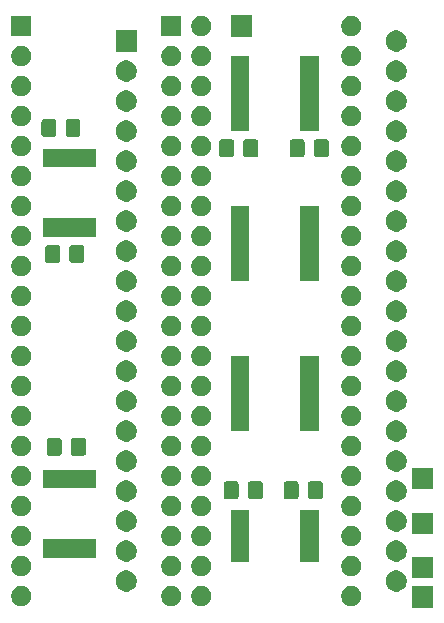
<source format=gbr>
G04 #@! TF.GenerationSoftware,KiCad,Pcbnew,(5.1.5)-3*
G04 #@! TF.CreationDate,2020-05-12T20:02:37-04:00*
G04 #@! TF.ProjectId,6526ESP32,36353236-4553-4503-9332-2e6b69636164,rev?*
G04 #@! TF.SameCoordinates,Original*
G04 #@! TF.FileFunction,Soldermask,Top*
G04 #@! TF.FilePolarity,Negative*
%FSLAX46Y46*%
G04 Gerber Fmt 4.6, Leading zero omitted, Abs format (unit mm)*
G04 Created by KiCad (PCBNEW (5.1.5)-3) date 2020-05-12 20:02:37*
%MOMM*%
%LPD*%
G04 APERTURE LIST*
%ADD10C,0.100000*%
G04 APERTURE END LIST*
D10*
G36*
X72986200Y-84797200D02*
G01*
X71184200Y-84797200D01*
X71184200Y-82995200D01*
X72986200Y-82995200D01*
X72986200Y-84797200D01*
G37*
G36*
X66288228Y-83001703D02*
G01*
X66443100Y-83065853D01*
X66582481Y-83158985D01*
X66701015Y-83277519D01*
X66794147Y-83416900D01*
X66858297Y-83571772D01*
X66891000Y-83736184D01*
X66891000Y-83903816D01*
X66858297Y-84068228D01*
X66794147Y-84223100D01*
X66701015Y-84362481D01*
X66582481Y-84481015D01*
X66443100Y-84574147D01*
X66288228Y-84638297D01*
X66123816Y-84671000D01*
X65956184Y-84671000D01*
X65791772Y-84638297D01*
X65636900Y-84574147D01*
X65497519Y-84481015D01*
X65378985Y-84362481D01*
X65285853Y-84223100D01*
X65221703Y-84068228D01*
X65189000Y-83903816D01*
X65189000Y-83736184D01*
X65221703Y-83571772D01*
X65285853Y-83416900D01*
X65378985Y-83277519D01*
X65497519Y-83158985D01*
X65636900Y-83065853D01*
X65791772Y-83001703D01*
X65956184Y-82969000D01*
X66123816Y-82969000D01*
X66288228Y-83001703D01*
G37*
G36*
X38348228Y-83001703D02*
G01*
X38503100Y-83065853D01*
X38642481Y-83158985D01*
X38761015Y-83277519D01*
X38854147Y-83416900D01*
X38918297Y-83571772D01*
X38951000Y-83736184D01*
X38951000Y-83903816D01*
X38918297Y-84068228D01*
X38854147Y-84223100D01*
X38761015Y-84362481D01*
X38642481Y-84481015D01*
X38503100Y-84574147D01*
X38348228Y-84638297D01*
X38183816Y-84671000D01*
X38016184Y-84671000D01*
X37851772Y-84638297D01*
X37696900Y-84574147D01*
X37557519Y-84481015D01*
X37438985Y-84362481D01*
X37345853Y-84223100D01*
X37281703Y-84068228D01*
X37249000Y-83903816D01*
X37249000Y-83736184D01*
X37281703Y-83571772D01*
X37345853Y-83416900D01*
X37438985Y-83277519D01*
X37557519Y-83158985D01*
X37696900Y-83065853D01*
X37851772Y-83001703D01*
X38016184Y-82969000D01*
X38183816Y-82969000D01*
X38348228Y-83001703D01*
G37*
G36*
X53588228Y-83001703D02*
G01*
X53743100Y-83065853D01*
X53882481Y-83158985D01*
X54001015Y-83277519D01*
X54094147Y-83416900D01*
X54158297Y-83571772D01*
X54191000Y-83736184D01*
X54191000Y-83903816D01*
X54158297Y-84068228D01*
X54094147Y-84223100D01*
X54001015Y-84362481D01*
X53882481Y-84481015D01*
X53743100Y-84574147D01*
X53588228Y-84638297D01*
X53423816Y-84671000D01*
X53256184Y-84671000D01*
X53091772Y-84638297D01*
X52936900Y-84574147D01*
X52797519Y-84481015D01*
X52678985Y-84362481D01*
X52585853Y-84223100D01*
X52521703Y-84068228D01*
X52489000Y-83903816D01*
X52489000Y-83736184D01*
X52521703Y-83571772D01*
X52585853Y-83416900D01*
X52678985Y-83277519D01*
X52797519Y-83158985D01*
X52936900Y-83065853D01*
X53091772Y-83001703D01*
X53256184Y-82969000D01*
X53423816Y-82969000D01*
X53588228Y-83001703D01*
G37*
G36*
X51048228Y-83001703D02*
G01*
X51203100Y-83065853D01*
X51342481Y-83158985D01*
X51461015Y-83277519D01*
X51554147Y-83416900D01*
X51618297Y-83571772D01*
X51651000Y-83736184D01*
X51651000Y-83903816D01*
X51618297Y-84068228D01*
X51554147Y-84223100D01*
X51461015Y-84362481D01*
X51342481Y-84481015D01*
X51203100Y-84574147D01*
X51048228Y-84638297D01*
X50883816Y-84671000D01*
X50716184Y-84671000D01*
X50551772Y-84638297D01*
X50396900Y-84574147D01*
X50257519Y-84481015D01*
X50138985Y-84362481D01*
X50045853Y-84223100D01*
X49981703Y-84068228D01*
X49949000Y-83903816D01*
X49949000Y-83736184D01*
X49981703Y-83571772D01*
X50045853Y-83416900D01*
X50138985Y-83277519D01*
X50257519Y-83158985D01*
X50396900Y-83065853D01*
X50551772Y-83001703D01*
X50716184Y-82969000D01*
X50883816Y-82969000D01*
X51048228Y-83001703D01*
G37*
G36*
X69963512Y-81653927D02*
G01*
X70112812Y-81683624D01*
X70276784Y-81751544D01*
X70424354Y-81850147D01*
X70549853Y-81975646D01*
X70648456Y-82123216D01*
X70716376Y-82287188D01*
X70751000Y-82461259D01*
X70751000Y-82638741D01*
X70716376Y-82812812D01*
X70648456Y-82976784D01*
X70549853Y-83124354D01*
X70424354Y-83249853D01*
X70276784Y-83348456D01*
X70112812Y-83416376D01*
X69963512Y-83446073D01*
X69938742Y-83451000D01*
X69761258Y-83451000D01*
X69736488Y-83446073D01*
X69587188Y-83416376D01*
X69423216Y-83348456D01*
X69275646Y-83249853D01*
X69150147Y-83124354D01*
X69051544Y-82976784D01*
X68983624Y-82812812D01*
X68949000Y-82638741D01*
X68949000Y-82461259D01*
X68983624Y-82287188D01*
X69051544Y-82123216D01*
X69150147Y-81975646D01*
X69275646Y-81850147D01*
X69423216Y-81751544D01*
X69587188Y-81683624D01*
X69736488Y-81653927D01*
X69761258Y-81649000D01*
X69938742Y-81649000D01*
X69963512Y-81653927D01*
G37*
G36*
X47103512Y-81653927D02*
G01*
X47252812Y-81683624D01*
X47416784Y-81751544D01*
X47564354Y-81850147D01*
X47689853Y-81975646D01*
X47788456Y-82123216D01*
X47856376Y-82287188D01*
X47891000Y-82461259D01*
X47891000Y-82638741D01*
X47856376Y-82812812D01*
X47788456Y-82976784D01*
X47689853Y-83124354D01*
X47564354Y-83249853D01*
X47416784Y-83348456D01*
X47252812Y-83416376D01*
X47103512Y-83446073D01*
X47078742Y-83451000D01*
X46901258Y-83451000D01*
X46876488Y-83446073D01*
X46727188Y-83416376D01*
X46563216Y-83348456D01*
X46415646Y-83249853D01*
X46290147Y-83124354D01*
X46191544Y-82976784D01*
X46123624Y-82812812D01*
X46089000Y-82638741D01*
X46089000Y-82461259D01*
X46123624Y-82287188D01*
X46191544Y-82123216D01*
X46290147Y-81975646D01*
X46415646Y-81850147D01*
X46563216Y-81751544D01*
X46727188Y-81683624D01*
X46876488Y-81653927D01*
X46901258Y-81649000D01*
X47078742Y-81649000D01*
X47103512Y-81653927D01*
G37*
G36*
X72986200Y-82333400D02*
G01*
X71184200Y-82333400D01*
X71184200Y-80531400D01*
X72986200Y-80531400D01*
X72986200Y-82333400D01*
G37*
G36*
X51048228Y-80461703D02*
G01*
X51203100Y-80525853D01*
X51342481Y-80618985D01*
X51461015Y-80737519D01*
X51554147Y-80876900D01*
X51618297Y-81031772D01*
X51651000Y-81196184D01*
X51651000Y-81363816D01*
X51618297Y-81528228D01*
X51554147Y-81683100D01*
X51461015Y-81822481D01*
X51342481Y-81941015D01*
X51203100Y-82034147D01*
X51048228Y-82098297D01*
X50883816Y-82131000D01*
X50716184Y-82131000D01*
X50551772Y-82098297D01*
X50396900Y-82034147D01*
X50257519Y-81941015D01*
X50138985Y-81822481D01*
X50045853Y-81683100D01*
X49981703Y-81528228D01*
X49949000Y-81363816D01*
X49949000Y-81196184D01*
X49981703Y-81031772D01*
X50045853Y-80876900D01*
X50138985Y-80737519D01*
X50257519Y-80618985D01*
X50396900Y-80525853D01*
X50551772Y-80461703D01*
X50716184Y-80429000D01*
X50883816Y-80429000D01*
X51048228Y-80461703D01*
G37*
G36*
X38348228Y-80461703D02*
G01*
X38503100Y-80525853D01*
X38642481Y-80618985D01*
X38761015Y-80737519D01*
X38854147Y-80876900D01*
X38918297Y-81031772D01*
X38951000Y-81196184D01*
X38951000Y-81363816D01*
X38918297Y-81528228D01*
X38854147Y-81683100D01*
X38761015Y-81822481D01*
X38642481Y-81941015D01*
X38503100Y-82034147D01*
X38348228Y-82098297D01*
X38183816Y-82131000D01*
X38016184Y-82131000D01*
X37851772Y-82098297D01*
X37696900Y-82034147D01*
X37557519Y-81941015D01*
X37438985Y-81822481D01*
X37345853Y-81683100D01*
X37281703Y-81528228D01*
X37249000Y-81363816D01*
X37249000Y-81196184D01*
X37281703Y-81031772D01*
X37345853Y-80876900D01*
X37438985Y-80737519D01*
X37557519Y-80618985D01*
X37696900Y-80525853D01*
X37851772Y-80461703D01*
X38016184Y-80429000D01*
X38183816Y-80429000D01*
X38348228Y-80461703D01*
G37*
G36*
X53588228Y-80461703D02*
G01*
X53743100Y-80525853D01*
X53882481Y-80618985D01*
X54001015Y-80737519D01*
X54094147Y-80876900D01*
X54158297Y-81031772D01*
X54191000Y-81196184D01*
X54191000Y-81363816D01*
X54158297Y-81528228D01*
X54094147Y-81683100D01*
X54001015Y-81822481D01*
X53882481Y-81941015D01*
X53743100Y-82034147D01*
X53588228Y-82098297D01*
X53423816Y-82131000D01*
X53256184Y-82131000D01*
X53091772Y-82098297D01*
X52936900Y-82034147D01*
X52797519Y-81941015D01*
X52678985Y-81822481D01*
X52585853Y-81683100D01*
X52521703Y-81528228D01*
X52489000Y-81363816D01*
X52489000Y-81196184D01*
X52521703Y-81031772D01*
X52585853Y-80876900D01*
X52678985Y-80737519D01*
X52797519Y-80618985D01*
X52936900Y-80525853D01*
X53091772Y-80461703D01*
X53256184Y-80429000D01*
X53423816Y-80429000D01*
X53588228Y-80461703D01*
G37*
G36*
X66288228Y-80461703D02*
G01*
X66443100Y-80525853D01*
X66582481Y-80618985D01*
X66701015Y-80737519D01*
X66794147Y-80876900D01*
X66858297Y-81031772D01*
X66891000Y-81196184D01*
X66891000Y-81363816D01*
X66858297Y-81528228D01*
X66794147Y-81683100D01*
X66701015Y-81822481D01*
X66582481Y-81941015D01*
X66443100Y-82034147D01*
X66288228Y-82098297D01*
X66123816Y-82131000D01*
X65956184Y-82131000D01*
X65791772Y-82098297D01*
X65636900Y-82034147D01*
X65497519Y-81941015D01*
X65378985Y-81822481D01*
X65285853Y-81683100D01*
X65221703Y-81528228D01*
X65189000Y-81363816D01*
X65189000Y-81196184D01*
X65221703Y-81031772D01*
X65285853Y-80876900D01*
X65378985Y-80737519D01*
X65497519Y-80618985D01*
X65636900Y-80525853D01*
X65791772Y-80461703D01*
X65956184Y-80429000D01*
X66123816Y-80429000D01*
X66288228Y-80461703D01*
G37*
G36*
X57389000Y-80966000D02*
G01*
X55837000Y-80966000D01*
X55837000Y-76514000D01*
X57389000Y-76514000D01*
X57389000Y-80966000D01*
G37*
G36*
X63289000Y-80966000D02*
G01*
X61737000Y-80966000D01*
X61737000Y-76514000D01*
X63289000Y-76514000D01*
X63289000Y-80966000D01*
G37*
G36*
X47103512Y-79113927D02*
G01*
X47252812Y-79143624D01*
X47416784Y-79211544D01*
X47564354Y-79310147D01*
X47689853Y-79435646D01*
X47788456Y-79583216D01*
X47856376Y-79747188D01*
X47891000Y-79921259D01*
X47891000Y-80098741D01*
X47856376Y-80272812D01*
X47788456Y-80436784D01*
X47689853Y-80584354D01*
X47564354Y-80709853D01*
X47416784Y-80808456D01*
X47252812Y-80876376D01*
X47103512Y-80906073D01*
X47078742Y-80911000D01*
X46901258Y-80911000D01*
X46876488Y-80906073D01*
X46727188Y-80876376D01*
X46563216Y-80808456D01*
X46415646Y-80709853D01*
X46290147Y-80584354D01*
X46191544Y-80436784D01*
X46123624Y-80272812D01*
X46089000Y-80098741D01*
X46089000Y-79921259D01*
X46123624Y-79747188D01*
X46191544Y-79583216D01*
X46290147Y-79435646D01*
X46415646Y-79310147D01*
X46563216Y-79211544D01*
X46727188Y-79143624D01*
X46876488Y-79113927D01*
X46901258Y-79109000D01*
X47078742Y-79109000D01*
X47103512Y-79113927D01*
G37*
G36*
X69963512Y-79113927D02*
G01*
X70112812Y-79143624D01*
X70276784Y-79211544D01*
X70424354Y-79310147D01*
X70549853Y-79435646D01*
X70648456Y-79583216D01*
X70716376Y-79747188D01*
X70751000Y-79921259D01*
X70751000Y-80098741D01*
X70716376Y-80272812D01*
X70648456Y-80436784D01*
X70549853Y-80584354D01*
X70424354Y-80709853D01*
X70276784Y-80808456D01*
X70112812Y-80876376D01*
X69963512Y-80906073D01*
X69938742Y-80911000D01*
X69761258Y-80911000D01*
X69736488Y-80906073D01*
X69587188Y-80876376D01*
X69423216Y-80808456D01*
X69275646Y-80709853D01*
X69150147Y-80584354D01*
X69051544Y-80436784D01*
X68983624Y-80272812D01*
X68949000Y-80098741D01*
X68949000Y-79921259D01*
X68983624Y-79747188D01*
X69051544Y-79583216D01*
X69150147Y-79435646D01*
X69275646Y-79310147D01*
X69423216Y-79211544D01*
X69587188Y-79143624D01*
X69736488Y-79113927D01*
X69761258Y-79109000D01*
X69938742Y-79109000D01*
X69963512Y-79113927D01*
G37*
G36*
X44390000Y-80561000D02*
G01*
X39938000Y-80561000D01*
X39938000Y-79009000D01*
X44390000Y-79009000D01*
X44390000Y-80561000D01*
G37*
G36*
X53588228Y-77921703D02*
G01*
X53743100Y-77985853D01*
X53882481Y-78078985D01*
X54001015Y-78197519D01*
X54094147Y-78336900D01*
X54158297Y-78491772D01*
X54191000Y-78656184D01*
X54191000Y-78823816D01*
X54158297Y-78988228D01*
X54094147Y-79143100D01*
X54001015Y-79282481D01*
X53882481Y-79401015D01*
X53743100Y-79494147D01*
X53588228Y-79558297D01*
X53423816Y-79591000D01*
X53256184Y-79591000D01*
X53091772Y-79558297D01*
X52936900Y-79494147D01*
X52797519Y-79401015D01*
X52678985Y-79282481D01*
X52585853Y-79143100D01*
X52521703Y-78988228D01*
X52489000Y-78823816D01*
X52489000Y-78656184D01*
X52521703Y-78491772D01*
X52585853Y-78336900D01*
X52678985Y-78197519D01*
X52797519Y-78078985D01*
X52936900Y-77985853D01*
X53091772Y-77921703D01*
X53256184Y-77889000D01*
X53423816Y-77889000D01*
X53588228Y-77921703D01*
G37*
G36*
X38348228Y-77921703D02*
G01*
X38503100Y-77985853D01*
X38642481Y-78078985D01*
X38761015Y-78197519D01*
X38854147Y-78336900D01*
X38918297Y-78491772D01*
X38951000Y-78656184D01*
X38951000Y-78823816D01*
X38918297Y-78988228D01*
X38854147Y-79143100D01*
X38761015Y-79282481D01*
X38642481Y-79401015D01*
X38503100Y-79494147D01*
X38348228Y-79558297D01*
X38183816Y-79591000D01*
X38016184Y-79591000D01*
X37851772Y-79558297D01*
X37696900Y-79494147D01*
X37557519Y-79401015D01*
X37438985Y-79282481D01*
X37345853Y-79143100D01*
X37281703Y-78988228D01*
X37249000Y-78823816D01*
X37249000Y-78656184D01*
X37281703Y-78491772D01*
X37345853Y-78336900D01*
X37438985Y-78197519D01*
X37557519Y-78078985D01*
X37696900Y-77985853D01*
X37851772Y-77921703D01*
X38016184Y-77889000D01*
X38183816Y-77889000D01*
X38348228Y-77921703D01*
G37*
G36*
X51048228Y-77921703D02*
G01*
X51203100Y-77985853D01*
X51342481Y-78078985D01*
X51461015Y-78197519D01*
X51554147Y-78336900D01*
X51618297Y-78491772D01*
X51651000Y-78656184D01*
X51651000Y-78823816D01*
X51618297Y-78988228D01*
X51554147Y-79143100D01*
X51461015Y-79282481D01*
X51342481Y-79401015D01*
X51203100Y-79494147D01*
X51048228Y-79558297D01*
X50883816Y-79591000D01*
X50716184Y-79591000D01*
X50551772Y-79558297D01*
X50396900Y-79494147D01*
X50257519Y-79401015D01*
X50138985Y-79282481D01*
X50045853Y-79143100D01*
X49981703Y-78988228D01*
X49949000Y-78823816D01*
X49949000Y-78656184D01*
X49981703Y-78491772D01*
X50045853Y-78336900D01*
X50138985Y-78197519D01*
X50257519Y-78078985D01*
X50396900Y-77985853D01*
X50551772Y-77921703D01*
X50716184Y-77889000D01*
X50883816Y-77889000D01*
X51048228Y-77921703D01*
G37*
G36*
X66288228Y-77921703D02*
G01*
X66443100Y-77985853D01*
X66582481Y-78078985D01*
X66701015Y-78197519D01*
X66794147Y-78336900D01*
X66858297Y-78491772D01*
X66891000Y-78656184D01*
X66891000Y-78823816D01*
X66858297Y-78988228D01*
X66794147Y-79143100D01*
X66701015Y-79282481D01*
X66582481Y-79401015D01*
X66443100Y-79494147D01*
X66288228Y-79558297D01*
X66123816Y-79591000D01*
X65956184Y-79591000D01*
X65791772Y-79558297D01*
X65636900Y-79494147D01*
X65497519Y-79401015D01*
X65378985Y-79282481D01*
X65285853Y-79143100D01*
X65221703Y-78988228D01*
X65189000Y-78823816D01*
X65189000Y-78656184D01*
X65221703Y-78491772D01*
X65285853Y-78336900D01*
X65378985Y-78197519D01*
X65497519Y-78078985D01*
X65636900Y-77985853D01*
X65791772Y-77921703D01*
X65956184Y-77889000D01*
X66123816Y-77889000D01*
X66288228Y-77921703D01*
G37*
G36*
X72986200Y-78574200D02*
G01*
X71184200Y-78574200D01*
X71184200Y-76772200D01*
X72986200Y-76772200D01*
X72986200Y-78574200D01*
G37*
G36*
X69963512Y-76573927D02*
G01*
X70112812Y-76603624D01*
X70276784Y-76671544D01*
X70424354Y-76770147D01*
X70549853Y-76895646D01*
X70648456Y-77043216D01*
X70716376Y-77207188D01*
X70751000Y-77381259D01*
X70751000Y-77558741D01*
X70716376Y-77732812D01*
X70648456Y-77896784D01*
X70549853Y-78044354D01*
X70424354Y-78169853D01*
X70276784Y-78268456D01*
X70112812Y-78336376D01*
X69963878Y-78366000D01*
X69938742Y-78371000D01*
X69761258Y-78371000D01*
X69736122Y-78366000D01*
X69587188Y-78336376D01*
X69423216Y-78268456D01*
X69275646Y-78169853D01*
X69150147Y-78044354D01*
X69051544Y-77896784D01*
X68983624Y-77732812D01*
X68949000Y-77558741D01*
X68949000Y-77381259D01*
X68983624Y-77207188D01*
X69051544Y-77043216D01*
X69150147Y-76895646D01*
X69275646Y-76770147D01*
X69423216Y-76671544D01*
X69587188Y-76603624D01*
X69736488Y-76573927D01*
X69761258Y-76569000D01*
X69938742Y-76569000D01*
X69963512Y-76573927D01*
G37*
G36*
X47103512Y-76573927D02*
G01*
X47252812Y-76603624D01*
X47416784Y-76671544D01*
X47564354Y-76770147D01*
X47689853Y-76895646D01*
X47788456Y-77043216D01*
X47856376Y-77207188D01*
X47891000Y-77381259D01*
X47891000Y-77558741D01*
X47856376Y-77732812D01*
X47788456Y-77896784D01*
X47689853Y-78044354D01*
X47564354Y-78169853D01*
X47416784Y-78268456D01*
X47252812Y-78336376D01*
X47103878Y-78366000D01*
X47078742Y-78371000D01*
X46901258Y-78371000D01*
X46876122Y-78366000D01*
X46727188Y-78336376D01*
X46563216Y-78268456D01*
X46415646Y-78169853D01*
X46290147Y-78044354D01*
X46191544Y-77896784D01*
X46123624Y-77732812D01*
X46089000Y-77558741D01*
X46089000Y-77381259D01*
X46123624Y-77207188D01*
X46191544Y-77043216D01*
X46290147Y-76895646D01*
X46415646Y-76770147D01*
X46563216Y-76671544D01*
X46727188Y-76603624D01*
X46876488Y-76573927D01*
X46901258Y-76569000D01*
X47078742Y-76569000D01*
X47103512Y-76573927D01*
G37*
G36*
X66288228Y-75381703D02*
G01*
X66443100Y-75445853D01*
X66582481Y-75538985D01*
X66701015Y-75657519D01*
X66794147Y-75796900D01*
X66858297Y-75951772D01*
X66891000Y-76116184D01*
X66891000Y-76283816D01*
X66858297Y-76448228D01*
X66794147Y-76603100D01*
X66701015Y-76742481D01*
X66582481Y-76861015D01*
X66443100Y-76954147D01*
X66288228Y-77018297D01*
X66123816Y-77051000D01*
X65956184Y-77051000D01*
X65791772Y-77018297D01*
X65636900Y-76954147D01*
X65497519Y-76861015D01*
X65378985Y-76742481D01*
X65285853Y-76603100D01*
X65221703Y-76448228D01*
X65189000Y-76283816D01*
X65189000Y-76116184D01*
X65221703Y-75951772D01*
X65285853Y-75796900D01*
X65378985Y-75657519D01*
X65497519Y-75538985D01*
X65636900Y-75445853D01*
X65791772Y-75381703D01*
X65956184Y-75349000D01*
X66123816Y-75349000D01*
X66288228Y-75381703D01*
G37*
G36*
X51048228Y-75381703D02*
G01*
X51203100Y-75445853D01*
X51342481Y-75538985D01*
X51461015Y-75657519D01*
X51554147Y-75796900D01*
X51618297Y-75951772D01*
X51651000Y-76116184D01*
X51651000Y-76283816D01*
X51618297Y-76448228D01*
X51554147Y-76603100D01*
X51461015Y-76742481D01*
X51342481Y-76861015D01*
X51203100Y-76954147D01*
X51048228Y-77018297D01*
X50883816Y-77051000D01*
X50716184Y-77051000D01*
X50551772Y-77018297D01*
X50396900Y-76954147D01*
X50257519Y-76861015D01*
X50138985Y-76742481D01*
X50045853Y-76603100D01*
X49981703Y-76448228D01*
X49949000Y-76283816D01*
X49949000Y-76116184D01*
X49981703Y-75951772D01*
X50045853Y-75796900D01*
X50138985Y-75657519D01*
X50257519Y-75538985D01*
X50396900Y-75445853D01*
X50551772Y-75381703D01*
X50716184Y-75349000D01*
X50883816Y-75349000D01*
X51048228Y-75381703D01*
G37*
G36*
X38348228Y-75381703D02*
G01*
X38503100Y-75445853D01*
X38642481Y-75538985D01*
X38761015Y-75657519D01*
X38854147Y-75796900D01*
X38918297Y-75951772D01*
X38951000Y-76116184D01*
X38951000Y-76283816D01*
X38918297Y-76448228D01*
X38854147Y-76603100D01*
X38761015Y-76742481D01*
X38642481Y-76861015D01*
X38503100Y-76954147D01*
X38348228Y-77018297D01*
X38183816Y-77051000D01*
X38016184Y-77051000D01*
X37851772Y-77018297D01*
X37696900Y-76954147D01*
X37557519Y-76861015D01*
X37438985Y-76742481D01*
X37345853Y-76603100D01*
X37281703Y-76448228D01*
X37249000Y-76283816D01*
X37249000Y-76116184D01*
X37281703Y-75951772D01*
X37345853Y-75796900D01*
X37438985Y-75657519D01*
X37557519Y-75538985D01*
X37696900Y-75445853D01*
X37851772Y-75381703D01*
X38016184Y-75349000D01*
X38183816Y-75349000D01*
X38348228Y-75381703D01*
G37*
G36*
X53588228Y-75381703D02*
G01*
X53743100Y-75445853D01*
X53882481Y-75538985D01*
X54001015Y-75657519D01*
X54094147Y-75796900D01*
X54158297Y-75951772D01*
X54191000Y-76116184D01*
X54191000Y-76283816D01*
X54158297Y-76448228D01*
X54094147Y-76603100D01*
X54001015Y-76742481D01*
X53882481Y-76861015D01*
X53743100Y-76954147D01*
X53588228Y-77018297D01*
X53423816Y-77051000D01*
X53256184Y-77051000D01*
X53091772Y-77018297D01*
X52936900Y-76954147D01*
X52797519Y-76861015D01*
X52678985Y-76742481D01*
X52585853Y-76603100D01*
X52521703Y-76448228D01*
X52489000Y-76283816D01*
X52489000Y-76116184D01*
X52521703Y-75951772D01*
X52585853Y-75796900D01*
X52678985Y-75657519D01*
X52797519Y-75538985D01*
X52936900Y-75445853D01*
X53091772Y-75381703D01*
X53256184Y-75349000D01*
X53423816Y-75349000D01*
X53588228Y-75381703D01*
G37*
G36*
X47103512Y-74033927D02*
G01*
X47252812Y-74063624D01*
X47416784Y-74131544D01*
X47564354Y-74230147D01*
X47689853Y-74355646D01*
X47788456Y-74503216D01*
X47856376Y-74667188D01*
X47891000Y-74841259D01*
X47891000Y-75018741D01*
X47856376Y-75192812D01*
X47788456Y-75356784D01*
X47689853Y-75504354D01*
X47564354Y-75629853D01*
X47416784Y-75728456D01*
X47252812Y-75796376D01*
X47103512Y-75826073D01*
X47078742Y-75831000D01*
X46901258Y-75831000D01*
X46876488Y-75826073D01*
X46727188Y-75796376D01*
X46563216Y-75728456D01*
X46415646Y-75629853D01*
X46290147Y-75504354D01*
X46191544Y-75356784D01*
X46123624Y-75192812D01*
X46089000Y-75018741D01*
X46089000Y-74841259D01*
X46123624Y-74667188D01*
X46191544Y-74503216D01*
X46290147Y-74355646D01*
X46415646Y-74230147D01*
X46563216Y-74131544D01*
X46727188Y-74063624D01*
X46876488Y-74033927D01*
X46901258Y-74029000D01*
X47078742Y-74029000D01*
X47103512Y-74033927D01*
G37*
G36*
X69963512Y-74033927D02*
G01*
X70112812Y-74063624D01*
X70276784Y-74131544D01*
X70424354Y-74230147D01*
X70549853Y-74355646D01*
X70648456Y-74503216D01*
X70716376Y-74667188D01*
X70751000Y-74841259D01*
X70751000Y-75018741D01*
X70716376Y-75192812D01*
X70648456Y-75356784D01*
X70549853Y-75504354D01*
X70424354Y-75629853D01*
X70276784Y-75728456D01*
X70112812Y-75796376D01*
X69963512Y-75826073D01*
X69938742Y-75831000D01*
X69761258Y-75831000D01*
X69736488Y-75826073D01*
X69587188Y-75796376D01*
X69423216Y-75728456D01*
X69275646Y-75629853D01*
X69150147Y-75504354D01*
X69051544Y-75356784D01*
X68983624Y-75192812D01*
X68949000Y-75018741D01*
X68949000Y-74841259D01*
X68983624Y-74667188D01*
X69051544Y-74503216D01*
X69150147Y-74355646D01*
X69275646Y-74230147D01*
X69423216Y-74131544D01*
X69587188Y-74063624D01*
X69736488Y-74033927D01*
X69761258Y-74029000D01*
X69938742Y-74029000D01*
X69963512Y-74033927D01*
G37*
G36*
X58384674Y-74119965D02*
G01*
X58422367Y-74131399D01*
X58457103Y-74149966D01*
X58487548Y-74174952D01*
X58512534Y-74205397D01*
X58531101Y-74240133D01*
X58542535Y-74277826D01*
X58547000Y-74323161D01*
X58547000Y-75409839D01*
X58542535Y-75455174D01*
X58531101Y-75492867D01*
X58512534Y-75527603D01*
X58487548Y-75558048D01*
X58457103Y-75583034D01*
X58422367Y-75601601D01*
X58384674Y-75613035D01*
X58339339Y-75617500D01*
X57502661Y-75617500D01*
X57457326Y-75613035D01*
X57419633Y-75601601D01*
X57384897Y-75583034D01*
X57354452Y-75558048D01*
X57329466Y-75527603D01*
X57310899Y-75492867D01*
X57299465Y-75455174D01*
X57295000Y-75409839D01*
X57295000Y-74323161D01*
X57299465Y-74277826D01*
X57310899Y-74240133D01*
X57329466Y-74205397D01*
X57354452Y-74174952D01*
X57384897Y-74149966D01*
X57419633Y-74131399D01*
X57457326Y-74119965D01*
X57502661Y-74115500D01*
X58339339Y-74115500D01*
X58384674Y-74119965D01*
G37*
G36*
X56334674Y-74119965D02*
G01*
X56372367Y-74131399D01*
X56407103Y-74149966D01*
X56437548Y-74174952D01*
X56462534Y-74205397D01*
X56481101Y-74240133D01*
X56492535Y-74277826D01*
X56497000Y-74323161D01*
X56497000Y-75409839D01*
X56492535Y-75455174D01*
X56481101Y-75492867D01*
X56462534Y-75527603D01*
X56437548Y-75558048D01*
X56407103Y-75583034D01*
X56372367Y-75601601D01*
X56334674Y-75613035D01*
X56289339Y-75617500D01*
X55452661Y-75617500D01*
X55407326Y-75613035D01*
X55369633Y-75601601D01*
X55334897Y-75583034D01*
X55304452Y-75558048D01*
X55279466Y-75527603D01*
X55260899Y-75492867D01*
X55249465Y-75455174D01*
X55245000Y-75409839D01*
X55245000Y-74323161D01*
X55249465Y-74277826D01*
X55260899Y-74240133D01*
X55279466Y-74205397D01*
X55304452Y-74174952D01*
X55334897Y-74149966D01*
X55369633Y-74131399D01*
X55407326Y-74119965D01*
X55452661Y-74115500D01*
X56289339Y-74115500D01*
X56334674Y-74119965D01*
G37*
G36*
X61414674Y-74119965D02*
G01*
X61452367Y-74131399D01*
X61487103Y-74149966D01*
X61517548Y-74174952D01*
X61542534Y-74205397D01*
X61561101Y-74240133D01*
X61572535Y-74277826D01*
X61577000Y-74323161D01*
X61577000Y-75409839D01*
X61572535Y-75455174D01*
X61561101Y-75492867D01*
X61542534Y-75527603D01*
X61517548Y-75558048D01*
X61487103Y-75583034D01*
X61452367Y-75601601D01*
X61414674Y-75613035D01*
X61369339Y-75617500D01*
X60532661Y-75617500D01*
X60487326Y-75613035D01*
X60449633Y-75601601D01*
X60414897Y-75583034D01*
X60384452Y-75558048D01*
X60359466Y-75527603D01*
X60340899Y-75492867D01*
X60329465Y-75455174D01*
X60325000Y-75409839D01*
X60325000Y-74323161D01*
X60329465Y-74277826D01*
X60340899Y-74240133D01*
X60359466Y-74205397D01*
X60384452Y-74174952D01*
X60414897Y-74149966D01*
X60449633Y-74131399D01*
X60487326Y-74119965D01*
X60532661Y-74115500D01*
X61369339Y-74115500D01*
X61414674Y-74119965D01*
G37*
G36*
X63464674Y-74119965D02*
G01*
X63502367Y-74131399D01*
X63537103Y-74149966D01*
X63567548Y-74174952D01*
X63592534Y-74205397D01*
X63611101Y-74240133D01*
X63622535Y-74277826D01*
X63627000Y-74323161D01*
X63627000Y-75409839D01*
X63622535Y-75455174D01*
X63611101Y-75492867D01*
X63592534Y-75527603D01*
X63567548Y-75558048D01*
X63537103Y-75583034D01*
X63502367Y-75601601D01*
X63464674Y-75613035D01*
X63419339Y-75617500D01*
X62582661Y-75617500D01*
X62537326Y-75613035D01*
X62499633Y-75601601D01*
X62464897Y-75583034D01*
X62434452Y-75558048D01*
X62409466Y-75527603D01*
X62390899Y-75492867D01*
X62379465Y-75455174D01*
X62375000Y-75409839D01*
X62375000Y-74323161D01*
X62379465Y-74277826D01*
X62390899Y-74240133D01*
X62409466Y-74205397D01*
X62434452Y-74174952D01*
X62464897Y-74149966D01*
X62499633Y-74131399D01*
X62537326Y-74119965D01*
X62582661Y-74115500D01*
X63419339Y-74115500D01*
X63464674Y-74119965D01*
G37*
G36*
X72986200Y-74789600D02*
G01*
X71184200Y-74789600D01*
X71184200Y-72987600D01*
X72986200Y-72987600D01*
X72986200Y-74789600D01*
G37*
G36*
X44390000Y-74661000D02*
G01*
X39938000Y-74661000D01*
X39938000Y-73109000D01*
X44390000Y-73109000D01*
X44390000Y-74661000D01*
G37*
G36*
X38348228Y-72841703D02*
G01*
X38503100Y-72905853D01*
X38642481Y-72998985D01*
X38761015Y-73117519D01*
X38854147Y-73256900D01*
X38918297Y-73411772D01*
X38951000Y-73576184D01*
X38951000Y-73743816D01*
X38918297Y-73908228D01*
X38854147Y-74063100D01*
X38761015Y-74202481D01*
X38642481Y-74321015D01*
X38503100Y-74414147D01*
X38348228Y-74478297D01*
X38183816Y-74511000D01*
X38016184Y-74511000D01*
X37851772Y-74478297D01*
X37696900Y-74414147D01*
X37557519Y-74321015D01*
X37438985Y-74202481D01*
X37345853Y-74063100D01*
X37281703Y-73908228D01*
X37249000Y-73743816D01*
X37249000Y-73576184D01*
X37281703Y-73411772D01*
X37345853Y-73256900D01*
X37438985Y-73117519D01*
X37557519Y-72998985D01*
X37696900Y-72905853D01*
X37851772Y-72841703D01*
X38016184Y-72809000D01*
X38183816Y-72809000D01*
X38348228Y-72841703D01*
G37*
G36*
X51048228Y-72841703D02*
G01*
X51203100Y-72905853D01*
X51342481Y-72998985D01*
X51461015Y-73117519D01*
X51554147Y-73256900D01*
X51618297Y-73411772D01*
X51651000Y-73576184D01*
X51651000Y-73743816D01*
X51618297Y-73908228D01*
X51554147Y-74063100D01*
X51461015Y-74202481D01*
X51342481Y-74321015D01*
X51203100Y-74414147D01*
X51048228Y-74478297D01*
X50883816Y-74511000D01*
X50716184Y-74511000D01*
X50551772Y-74478297D01*
X50396900Y-74414147D01*
X50257519Y-74321015D01*
X50138985Y-74202481D01*
X50045853Y-74063100D01*
X49981703Y-73908228D01*
X49949000Y-73743816D01*
X49949000Y-73576184D01*
X49981703Y-73411772D01*
X50045853Y-73256900D01*
X50138985Y-73117519D01*
X50257519Y-72998985D01*
X50396900Y-72905853D01*
X50551772Y-72841703D01*
X50716184Y-72809000D01*
X50883816Y-72809000D01*
X51048228Y-72841703D01*
G37*
G36*
X66288228Y-72841703D02*
G01*
X66443100Y-72905853D01*
X66582481Y-72998985D01*
X66701015Y-73117519D01*
X66794147Y-73256900D01*
X66858297Y-73411772D01*
X66891000Y-73576184D01*
X66891000Y-73743816D01*
X66858297Y-73908228D01*
X66794147Y-74063100D01*
X66701015Y-74202481D01*
X66582481Y-74321015D01*
X66443100Y-74414147D01*
X66288228Y-74478297D01*
X66123816Y-74511000D01*
X65956184Y-74511000D01*
X65791772Y-74478297D01*
X65636900Y-74414147D01*
X65497519Y-74321015D01*
X65378985Y-74202481D01*
X65285853Y-74063100D01*
X65221703Y-73908228D01*
X65189000Y-73743816D01*
X65189000Y-73576184D01*
X65221703Y-73411772D01*
X65285853Y-73256900D01*
X65378985Y-73117519D01*
X65497519Y-72998985D01*
X65636900Y-72905853D01*
X65791772Y-72841703D01*
X65956184Y-72809000D01*
X66123816Y-72809000D01*
X66288228Y-72841703D01*
G37*
G36*
X53588228Y-72841703D02*
G01*
X53743100Y-72905853D01*
X53882481Y-72998985D01*
X54001015Y-73117519D01*
X54094147Y-73256900D01*
X54158297Y-73411772D01*
X54191000Y-73576184D01*
X54191000Y-73743816D01*
X54158297Y-73908228D01*
X54094147Y-74063100D01*
X54001015Y-74202481D01*
X53882481Y-74321015D01*
X53743100Y-74414147D01*
X53588228Y-74478297D01*
X53423816Y-74511000D01*
X53256184Y-74511000D01*
X53091772Y-74478297D01*
X52936900Y-74414147D01*
X52797519Y-74321015D01*
X52678985Y-74202481D01*
X52585853Y-74063100D01*
X52521703Y-73908228D01*
X52489000Y-73743816D01*
X52489000Y-73576184D01*
X52521703Y-73411772D01*
X52585853Y-73256900D01*
X52678985Y-73117519D01*
X52797519Y-72998985D01*
X52936900Y-72905853D01*
X53091772Y-72841703D01*
X53256184Y-72809000D01*
X53423816Y-72809000D01*
X53588228Y-72841703D01*
G37*
G36*
X47103512Y-71493927D02*
G01*
X47252812Y-71523624D01*
X47416784Y-71591544D01*
X47564354Y-71690147D01*
X47689853Y-71815646D01*
X47788456Y-71963216D01*
X47856376Y-72127188D01*
X47891000Y-72301259D01*
X47891000Y-72478741D01*
X47856376Y-72652812D01*
X47788456Y-72816784D01*
X47689853Y-72964354D01*
X47564354Y-73089853D01*
X47416784Y-73188456D01*
X47252812Y-73256376D01*
X47103512Y-73286073D01*
X47078742Y-73291000D01*
X46901258Y-73291000D01*
X46876488Y-73286073D01*
X46727188Y-73256376D01*
X46563216Y-73188456D01*
X46415646Y-73089853D01*
X46290147Y-72964354D01*
X46191544Y-72816784D01*
X46123624Y-72652812D01*
X46089000Y-72478741D01*
X46089000Y-72301259D01*
X46123624Y-72127188D01*
X46191544Y-71963216D01*
X46290147Y-71815646D01*
X46415646Y-71690147D01*
X46563216Y-71591544D01*
X46727188Y-71523624D01*
X46876488Y-71493927D01*
X46901258Y-71489000D01*
X47078742Y-71489000D01*
X47103512Y-71493927D01*
G37*
G36*
X69963512Y-71493927D02*
G01*
X70112812Y-71523624D01*
X70276784Y-71591544D01*
X70424354Y-71690147D01*
X70549853Y-71815646D01*
X70648456Y-71963216D01*
X70716376Y-72127188D01*
X70751000Y-72301259D01*
X70751000Y-72478741D01*
X70716376Y-72652812D01*
X70648456Y-72816784D01*
X70549853Y-72964354D01*
X70424354Y-73089853D01*
X70276784Y-73188456D01*
X70112812Y-73256376D01*
X69963512Y-73286073D01*
X69938742Y-73291000D01*
X69761258Y-73291000D01*
X69736488Y-73286073D01*
X69587188Y-73256376D01*
X69423216Y-73188456D01*
X69275646Y-73089853D01*
X69150147Y-72964354D01*
X69051544Y-72816784D01*
X68983624Y-72652812D01*
X68949000Y-72478741D01*
X68949000Y-72301259D01*
X68983624Y-72127188D01*
X69051544Y-71963216D01*
X69150147Y-71815646D01*
X69275646Y-71690147D01*
X69423216Y-71591544D01*
X69587188Y-71523624D01*
X69736488Y-71493927D01*
X69761258Y-71489000D01*
X69938742Y-71489000D01*
X69963512Y-71493927D01*
G37*
G36*
X53588228Y-70301703D02*
G01*
X53743100Y-70365853D01*
X53882481Y-70458985D01*
X54001015Y-70577519D01*
X54094147Y-70716900D01*
X54158297Y-70871772D01*
X54191000Y-71036184D01*
X54191000Y-71203816D01*
X54158297Y-71368228D01*
X54094147Y-71523100D01*
X54001015Y-71662481D01*
X53882481Y-71781015D01*
X53743100Y-71874147D01*
X53588228Y-71938297D01*
X53423816Y-71971000D01*
X53256184Y-71971000D01*
X53091772Y-71938297D01*
X52936900Y-71874147D01*
X52797519Y-71781015D01*
X52678985Y-71662481D01*
X52585853Y-71523100D01*
X52521703Y-71368228D01*
X52489000Y-71203816D01*
X52489000Y-71036184D01*
X52521703Y-70871772D01*
X52585853Y-70716900D01*
X52678985Y-70577519D01*
X52797519Y-70458985D01*
X52936900Y-70365853D01*
X53091772Y-70301703D01*
X53256184Y-70269000D01*
X53423816Y-70269000D01*
X53588228Y-70301703D01*
G37*
G36*
X51048228Y-70301703D02*
G01*
X51203100Y-70365853D01*
X51342481Y-70458985D01*
X51461015Y-70577519D01*
X51554147Y-70716900D01*
X51618297Y-70871772D01*
X51651000Y-71036184D01*
X51651000Y-71203816D01*
X51618297Y-71368228D01*
X51554147Y-71523100D01*
X51461015Y-71662481D01*
X51342481Y-71781015D01*
X51203100Y-71874147D01*
X51048228Y-71938297D01*
X50883816Y-71971000D01*
X50716184Y-71971000D01*
X50551772Y-71938297D01*
X50396900Y-71874147D01*
X50257519Y-71781015D01*
X50138985Y-71662481D01*
X50045853Y-71523100D01*
X49981703Y-71368228D01*
X49949000Y-71203816D01*
X49949000Y-71036184D01*
X49981703Y-70871772D01*
X50045853Y-70716900D01*
X50138985Y-70577519D01*
X50257519Y-70458985D01*
X50396900Y-70365853D01*
X50551772Y-70301703D01*
X50716184Y-70269000D01*
X50883816Y-70269000D01*
X51048228Y-70301703D01*
G37*
G36*
X38348228Y-70301703D02*
G01*
X38503100Y-70365853D01*
X38642481Y-70458985D01*
X38761015Y-70577519D01*
X38854147Y-70716900D01*
X38918297Y-70871772D01*
X38951000Y-71036184D01*
X38951000Y-71203816D01*
X38918297Y-71368228D01*
X38854147Y-71523100D01*
X38761015Y-71662481D01*
X38642481Y-71781015D01*
X38503100Y-71874147D01*
X38348228Y-71938297D01*
X38183816Y-71971000D01*
X38016184Y-71971000D01*
X37851772Y-71938297D01*
X37696900Y-71874147D01*
X37557519Y-71781015D01*
X37438985Y-71662481D01*
X37345853Y-71523100D01*
X37281703Y-71368228D01*
X37249000Y-71203816D01*
X37249000Y-71036184D01*
X37281703Y-70871772D01*
X37345853Y-70716900D01*
X37438985Y-70577519D01*
X37557519Y-70458985D01*
X37696900Y-70365853D01*
X37851772Y-70301703D01*
X38016184Y-70269000D01*
X38183816Y-70269000D01*
X38348228Y-70301703D01*
G37*
G36*
X66288228Y-70301703D02*
G01*
X66443100Y-70365853D01*
X66582481Y-70458985D01*
X66701015Y-70577519D01*
X66794147Y-70716900D01*
X66858297Y-70871772D01*
X66891000Y-71036184D01*
X66891000Y-71203816D01*
X66858297Y-71368228D01*
X66794147Y-71523100D01*
X66701015Y-71662481D01*
X66582481Y-71781015D01*
X66443100Y-71874147D01*
X66288228Y-71938297D01*
X66123816Y-71971000D01*
X65956184Y-71971000D01*
X65791772Y-71938297D01*
X65636900Y-71874147D01*
X65497519Y-71781015D01*
X65378985Y-71662481D01*
X65285853Y-71523100D01*
X65221703Y-71368228D01*
X65189000Y-71203816D01*
X65189000Y-71036184D01*
X65221703Y-70871772D01*
X65285853Y-70716900D01*
X65378985Y-70577519D01*
X65497519Y-70458985D01*
X65636900Y-70365853D01*
X65791772Y-70301703D01*
X65956184Y-70269000D01*
X66123816Y-70269000D01*
X66288228Y-70301703D01*
G37*
G36*
X43398674Y-70436965D02*
G01*
X43436367Y-70448399D01*
X43471103Y-70466966D01*
X43501548Y-70491952D01*
X43526534Y-70522397D01*
X43545101Y-70557133D01*
X43556535Y-70594826D01*
X43561000Y-70640161D01*
X43561000Y-71726839D01*
X43556535Y-71772174D01*
X43545101Y-71809867D01*
X43526534Y-71844603D01*
X43501548Y-71875048D01*
X43471103Y-71900034D01*
X43436367Y-71918601D01*
X43398674Y-71930035D01*
X43353339Y-71934500D01*
X42516661Y-71934500D01*
X42471326Y-71930035D01*
X42433633Y-71918601D01*
X42398897Y-71900034D01*
X42368452Y-71875048D01*
X42343466Y-71844603D01*
X42324899Y-71809867D01*
X42313465Y-71772174D01*
X42309000Y-71726839D01*
X42309000Y-70640161D01*
X42313465Y-70594826D01*
X42324899Y-70557133D01*
X42343466Y-70522397D01*
X42368452Y-70491952D01*
X42398897Y-70466966D01*
X42433633Y-70448399D01*
X42471326Y-70436965D01*
X42516661Y-70432500D01*
X43353339Y-70432500D01*
X43398674Y-70436965D01*
G37*
G36*
X41348674Y-70436965D02*
G01*
X41386367Y-70448399D01*
X41421103Y-70466966D01*
X41451548Y-70491952D01*
X41476534Y-70522397D01*
X41495101Y-70557133D01*
X41506535Y-70594826D01*
X41511000Y-70640161D01*
X41511000Y-71726839D01*
X41506535Y-71772174D01*
X41495101Y-71809867D01*
X41476534Y-71844603D01*
X41451548Y-71875048D01*
X41421103Y-71900034D01*
X41386367Y-71918601D01*
X41348674Y-71930035D01*
X41303339Y-71934500D01*
X40466661Y-71934500D01*
X40421326Y-71930035D01*
X40383633Y-71918601D01*
X40348897Y-71900034D01*
X40318452Y-71875048D01*
X40293466Y-71844603D01*
X40274899Y-71809867D01*
X40263465Y-71772174D01*
X40259000Y-71726839D01*
X40259000Y-70640161D01*
X40263465Y-70594826D01*
X40274899Y-70557133D01*
X40293466Y-70522397D01*
X40318452Y-70491952D01*
X40348897Y-70466966D01*
X40383633Y-70448399D01*
X40421326Y-70436965D01*
X40466661Y-70432500D01*
X41303339Y-70432500D01*
X41348674Y-70436965D01*
G37*
G36*
X69963512Y-68953927D02*
G01*
X70112812Y-68983624D01*
X70276784Y-69051544D01*
X70424354Y-69150147D01*
X70549853Y-69275646D01*
X70648456Y-69423216D01*
X70716376Y-69587188D01*
X70751000Y-69761259D01*
X70751000Y-69938741D01*
X70716376Y-70112812D01*
X70648456Y-70276784D01*
X70549853Y-70424354D01*
X70424354Y-70549853D01*
X70276784Y-70648456D01*
X70112812Y-70716376D01*
X69963512Y-70746073D01*
X69938742Y-70751000D01*
X69761258Y-70751000D01*
X69736488Y-70746073D01*
X69587188Y-70716376D01*
X69423216Y-70648456D01*
X69275646Y-70549853D01*
X69150147Y-70424354D01*
X69051544Y-70276784D01*
X68983624Y-70112812D01*
X68949000Y-69938741D01*
X68949000Y-69761259D01*
X68983624Y-69587188D01*
X69051544Y-69423216D01*
X69150147Y-69275646D01*
X69275646Y-69150147D01*
X69423216Y-69051544D01*
X69587188Y-68983624D01*
X69736488Y-68953927D01*
X69761258Y-68949000D01*
X69938742Y-68949000D01*
X69963512Y-68953927D01*
G37*
G36*
X47103512Y-68953927D02*
G01*
X47252812Y-68983624D01*
X47416784Y-69051544D01*
X47564354Y-69150147D01*
X47689853Y-69275646D01*
X47788456Y-69423216D01*
X47856376Y-69587188D01*
X47891000Y-69761259D01*
X47891000Y-69938741D01*
X47856376Y-70112812D01*
X47788456Y-70276784D01*
X47689853Y-70424354D01*
X47564354Y-70549853D01*
X47416784Y-70648456D01*
X47252812Y-70716376D01*
X47103512Y-70746073D01*
X47078742Y-70751000D01*
X46901258Y-70751000D01*
X46876488Y-70746073D01*
X46727188Y-70716376D01*
X46563216Y-70648456D01*
X46415646Y-70549853D01*
X46290147Y-70424354D01*
X46191544Y-70276784D01*
X46123624Y-70112812D01*
X46089000Y-69938741D01*
X46089000Y-69761259D01*
X46123624Y-69587188D01*
X46191544Y-69423216D01*
X46290147Y-69275646D01*
X46415646Y-69150147D01*
X46563216Y-69051544D01*
X46727188Y-68983624D01*
X46876488Y-68953927D01*
X46901258Y-68949000D01*
X47078742Y-68949000D01*
X47103512Y-68953927D01*
G37*
G36*
X57389000Y-69876000D02*
G01*
X55837000Y-69876000D01*
X55837000Y-63474000D01*
X57389000Y-63474000D01*
X57389000Y-69876000D01*
G37*
G36*
X63289000Y-69876000D02*
G01*
X61737000Y-69876000D01*
X61737000Y-63474000D01*
X63289000Y-63474000D01*
X63289000Y-69876000D01*
G37*
G36*
X66288228Y-67761703D02*
G01*
X66443100Y-67825853D01*
X66582481Y-67918985D01*
X66701015Y-68037519D01*
X66794147Y-68176900D01*
X66858297Y-68331772D01*
X66891000Y-68496184D01*
X66891000Y-68663816D01*
X66858297Y-68828228D01*
X66794147Y-68983100D01*
X66701015Y-69122481D01*
X66582481Y-69241015D01*
X66443100Y-69334147D01*
X66288228Y-69398297D01*
X66123816Y-69431000D01*
X65956184Y-69431000D01*
X65791772Y-69398297D01*
X65636900Y-69334147D01*
X65497519Y-69241015D01*
X65378985Y-69122481D01*
X65285853Y-68983100D01*
X65221703Y-68828228D01*
X65189000Y-68663816D01*
X65189000Y-68496184D01*
X65221703Y-68331772D01*
X65285853Y-68176900D01*
X65378985Y-68037519D01*
X65497519Y-67918985D01*
X65636900Y-67825853D01*
X65791772Y-67761703D01*
X65956184Y-67729000D01*
X66123816Y-67729000D01*
X66288228Y-67761703D01*
G37*
G36*
X53588228Y-67761703D02*
G01*
X53743100Y-67825853D01*
X53882481Y-67918985D01*
X54001015Y-68037519D01*
X54094147Y-68176900D01*
X54158297Y-68331772D01*
X54191000Y-68496184D01*
X54191000Y-68663816D01*
X54158297Y-68828228D01*
X54094147Y-68983100D01*
X54001015Y-69122481D01*
X53882481Y-69241015D01*
X53743100Y-69334147D01*
X53588228Y-69398297D01*
X53423816Y-69431000D01*
X53256184Y-69431000D01*
X53091772Y-69398297D01*
X52936900Y-69334147D01*
X52797519Y-69241015D01*
X52678985Y-69122481D01*
X52585853Y-68983100D01*
X52521703Y-68828228D01*
X52489000Y-68663816D01*
X52489000Y-68496184D01*
X52521703Y-68331772D01*
X52585853Y-68176900D01*
X52678985Y-68037519D01*
X52797519Y-67918985D01*
X52936900Y-67825853D01*
X53091772Y-67761703D01*
X53256184Y-67729000D01*
X53423816Y-67729000D01*
X53588228Y-67761703D01*
G37*
G36*
X38348228Y-67761703D02*
G01*
X38503100Y-67825853D01*
X38642481Y-67918985D01*
X38761015Y-68037519D01*
X38854147Y-68176900D01*
X38918297Y-68331772D01*
X38951000Y-68496184D01*
X38951000Y-68663816D01*
X38918297Y-68828228D01*
X38854147Y-68983100D01*
X38761015Y-69122481D01*
X38642481Y-69241015D01*
X38503100Y-69334147D01*
X38348228Y-69398297D01*
X38183816Y-69431000D01*
X38016184Y-69431000D01*
X37851772Y-69398297D01*
X37696900Y-69334147D01*
X37557519Y-69241015D01*
X37438985Y-69122481D01*
X37345853Y-68983100D01*
X37281703Y-68828228D01*
X37249000Y-68663816D01*
X37249000Y-68496184D01*
X37281703Y-68331772D01*
X37345853Y-68176900D01*
X37438985Y-68037519D01*
X37557519Y-67918985D01*
X37696900Y-67825853D01*
X37851772Y-67761703D01*
X38016184Y-67729000D01*
X38183816Y-67729000D01*
X38348228Y-67761703D01*
G37*
G36*
X51048228Y-67761703D02*
G01*
X51203100Y-67825853D01*
X51342481Y-67918985D01*
X51461015Y-68037519D01*
X51554147Y-68176900D01*
X51618297Y-68331772D01*
X51651000Y-68496184D01*
X51651000Y-68663816D01*
X51618297Y-68828228D01*
X51554147Y-68983100D01*
X51461015Y-69122481D01*
X51342481Y-69241015D01*
X51203100Y-69334147D01*
X51048228Y-69398297D01*
X50883816Y-69431000D01*
X50716184Y-69431000D01*
X50551772Y-69398297D01*
X50396900Y-69334147D01*
X50257519Y-69241015D01*
X50138985Y-69122481D01*
X50045853Y-68983100D01*
X49981703Y-68828228D01*
X49949000Y-68663816D01*
X49949000Y-68496184D01*
X49981703Y-68331772D01*
X50045853Y-68176900D01*
X50138985Y-68037519D01*
X50257519Y-67918985D01*
X50396900Y-67825853D01*
X50551772Y-67761703D01*
X50716184Y-67729000D01*
X50883816Y-67729000D01*
X51048228Y-67761703D01*
G37*
G36*
X69963512Y-66413927D02*
G01*
X70112812Y-66443624D01*
X70276784Y-66511544D01*
X70424354Y-66610147D01*
X70549853Y-66735646D01*
X70648456Y-66883216D01*
X70716376Y-67047188D01*
X70751000Y-67221259D01*
X70751000Y-67398741D01*
X70716376Y-67572812D01*
X70648456Y-67736784D01*
X70549853Y-67884354D01*
X70424354Y-68009853D01*
X70276784Y-68108456D01*
X70112812Y-68176376D01*
X69963512Y-68206073D01*
X69938742Y-68211000D01*
X69761258Y-68211000D01*
X69736488Y-68206073D01*
X69587188Y-68176376D01*
X69423216Y-68108456D01*
X69275646Y-68009853D01*
X69150147Y-67884354D01*
X69051544Y-67736784D01*
X68983624Y-67572812D01*
X68949000Y-67398741D01*
X68949000Y-67221259D01*
X68983624Y-67047188D01*
X69051544Y-66883216D01*
X69150147Y-66735646D01*
X69275646Y-66610147D01*
X69423216Y-66511544D01*
X69587188Y-66443624D01*
X69736488Y-66413927D01*
X69761258Y-66409000D01*
X69938742Y-66409000D01*
X69963512Y-66413927D01*
G37*
G36*
X47103512Y-66413927D02*
G01*
X47252812Y-66443624D01*
X47416784Y-66511544D01*
X47564354Y-66610147D01*
X47689853Y-66735646D01*
X47788456Y-66883216D01*
X47856376Y-67047188D01*
X47891000Y-67221259D01*
X47891000Y-67398741D01*
X47856376Y-67572812D01*
X47788456Y-67736784D01*
X47689853Y-67884354D01*
X47564354Y-68009853D01*
X47416784Y-68108456D01*
X47252812Y-68176376D01*
X47103512Y-68206073D01*
X47078742Y-68211000D01*
X46901258Y-68211000D01*
X46876488Y-68206073D01*
X46727188Y-68176376D01*
X46563216Y-68108456D01*
X46415646Y-68009853D01*
X46290147Y-67884354D01*
X46191544Y-67736784D01*
X46123624Y-67572812D01*
X46089000Y-67398741D01*
X46089000Y-67221259D01*
X46123624Y-67047188D01*
X46191544Y-66883216D01*
X46290147Y-66735646D01*
X46415646Y-66610147D01*
X46563216Y-66511544D01*
X46727188Y-66443624D01*
X46876488Y-66413927D01*
X46901258Y-66409000D01*
X47078742Y-66409000D01*
X47103512Y-66413927D01*
G37*
G36*
X38348228Y-65221703D02*
G01*
X38503100Y-65285853D01*
X38642481Y-65378985D01*
X38761015Y-65497519D01*
X38854147Y-65636900D01*
X38918297Y-65791772D01*
X38951000Y-65956184D01*
X38951000Y-66123816D01*
X38918297Y-66288228D01*
X38854147Y-66443100D01*
X38761015Y-66582481D01*
X38642481Y-66701015D01*
X38503100Y-66794147D01*
X38348228Y-66858297D01*
X38183816Y-66891000D01*
X38016184Y-66891000D01*
X37851772Y-66858297D01*
X37696900Y-66794147D01*
X37557519Y-66701015D01*
X37438985Y-66582481D01*
X37345853Y-66443100D01*
X37281703Y-66288228D01*
X37249000Y-66123816D01*
X37249000Y-65956184D01*
X37281703Y-65791772D01*
X37345853Y-65636900D01*
X37438985Y-65497519D01*
X37557519Y-65378985D01*
X37696900Y-65285853D01*
X37851772Y-65221703D01*
X38016184Y-65189000D01*
X38183816Y-65189000D01*
X38348228Y-65221703D01*
G37*
G36*
X66288228Y-65221703D02*
G01*
X66443100Y-65285853D01*
X66582481Y-65378985D01*
X66701015Y-65497519D01*
X66794147Y-65636900D01*
X66858297Y-65791772D01*
X66891000Y-65956184D01*
X66891000Y-66123816D01*
X66858297Y-66288228D01*
X66794147Y-66443100D01*
X66701015Y-66582481D01*
X66582481Y-66701015D01*
X66443100Y-66794147D01*
X66288228Y-66858297D01*
X66123816Y-66891000D01*
X65956184Y-66891000D01*
X65791772Y-66858297D01*
X65636900Y-66794147D01*
X65497519Y-66701015D01*
X65378985Y-66582481D01*
X65285853Y-66443100D01*
X65221703Y-66288228D01*
X65189000Y-66123816D01*
X65189000Y-65956184D01*
X65221703Y-65791772D01*
X65285853Y-65636900D01*
X65378985Y-65497519D01*
X65497519Y-65378985D01*
X65636900Y-65285853D01*
X65791772Y-65221703D01*
X65956184Y-65189000D01*
X66123816Y-65189000D01*
X66288228Y-65221703D01*
G37*
G36*
X53588228Y-65221703D02*
G01*
X53743100Y-65285853D01*
X53882481Y-65378985D01*
X54001015Y-65497519D01*
X54094147Y-65636900D01*
X54158297Y-65791772D01*
X54191000Y-65956184D01*
X54191000Y-66123816D01*
X54158297Y-66288228D01*
X54094147Y-66443100D01*
X54001015Y-66582481D01*
X53882481Y-66701015D01*
X53743100Y-66794147D01*
X53588228Y-66858297D01*
X53423816Y-66891000D01*
X53256184Y-66891000D01*
X53091772Y-66858297D01*
X52936900Y-66794147D01*
X52797519Y-66701015D01*
X52678985Y-66582481D01*
X52585853Y-66443100D01*
X52521703Y-66288228D01*
X52489000Y-66123816D01*
X52489000Y-65956184D01*
X52521703Y-65791772D01*
X52585853Y-65636900D01*
X52678985Y-65497519D01*
X52797519Y-65378985D01*
X52936900Y-65285853D01*
X53091772Y-65221703D01*
X53256184Y-65189000D01*
X53423816Y-65189000D01*
X53588228Y-65221703D01*
G37*
G36*
X51048228Y-65221703D02*
G01*
X51203100Y-65285853D01*
X51342481Y-65378985D01*
X51461015Y-65497519D01*
X51554147Y-65636900D01*
X51618297Y-65791772D01*
X51651000Y-65956184D01*
X51651000Y-66123816D01*
X51618297Y-66288228D01*
X51554147Y-66443100D01*
X51461015Y-66582481D01*
X51342481Y-66701015D01*
X51203100Y-66794147D01*
X51048228Y-66858297D01*
X50883816Y-66891000D01*
X50716184Y-66891000D01*
X50551772Y-66858297D01*
X50396900Y-66794147D01*
X50257519Y-66701015D01*
X50138985Y-66582481D01*
X50045853Y-66443100D01*
X49981703Y-66288228D01*
X49949000Y-66123816D01*
X49949000Y-65956184D01*
X49981703Y-65791772D01*
X50045853Y-65636900D01*
X50138985Y-65497519D01*
X50257519Y-65378985D01*
X50396900Y-65285853D01*
X50551772Y-65221703D01*
X50716184Y-65189000D01*
X50883816Y-65189000D01*
X51048228Y-65221703D01*
G37*
G36*
X47103512Y-63873927D02*
G01*
X47252812Y-63903624D01*
X47416784Y-63971544D01*
X47564354Y-64070147D01*
X47689853Y-64195646D01*
X47788456Y-64343216D01*
X47856376Y-64507188D01*
X47891000Y-64681259D01*
X47891000Y-64858741D01*
X47856376Y-65032812D01*
X47788456Y-65196784D01*
X47689853Y-65344354D01*
X47564354Y-65469853D01*
X47416784Y-65568456D01*
X47252812Y-65636376D01*
X47103512Y-65666073D01*
X47078742Y-65671000D01*
X46901258Y-65671000D01*
X46876488Y-65666073D01*
X46727188Y-65636376D01*
X46563216Y-65568456D01*
X46415646Y-65469853D01*
X46290147Y-65344354D01*
X46191544Y-65196784D01*
X46123624Y-65032812D01*
X46089000Y-64858741D01*
X46089000Y-64681259D01*
X46123624Y-64507188D01*
X46191544Y-64343216D01*
X46290147Y-64195646D01*
X46415646Y-64070147D01*
X46563216Y-63971544D01*
X46727188Y-63903624D01*
X46876488Y-63873927D01*
X46901258Y-63869000D01*
X47078742Y-63869000D01*
X47103512Y-63873927D01*
G37*
G36*
X69963512Y-63873927D02*
G01*
X70112812Y-63903624D01*
X70276784Y-63971544D01*
X70424354Y-64070147D01*
X70549853Y-64195646D01*
X70648456Y-64343216D01*
X70716376Y-64507188D01*
X70751000Y-64681259D01*
X70751000Y-64858741D01*
X70716376Y-65032812D01*
X70648456Y-65196784D01*
X70549853Y-65344354D01*
X70424354Y-65469853D01*
X70276784Y-65568456D01*
X70112812Y-65636376D01*
X69963512Y-65666073D01*
X69938742Y-65671000D01*
X69761258Y-65671000D01*
X69736488Y-65666073D01*
X69587188Y-65636376D01*
X69423216Y-65568456D01*
X69275646Y-65469853D01*
X69150147Y-65344354D01*
X69051544Y-65196784D01*
X68983624Y-65032812D01*
X68949000Y-64858741D01*
X68949000Y-64681259D01*
X68983624Y-64507188D01*
X69051544Y-64343216D01*
X69150147Y-64195646D01*
X69275646Y-64070147D01*
X69423216Y-63971544D01*
X69587188Y-63903624D01*
X69736488Y-63873927D01*
X69761258Y-63869000D01*
X69938742Y-63869000D01*
X69963512Y-63873927D01*
G37*
G36*
X38348228Y-62681703D02*
G01*
X38503100Y-62745853D01*
X38642481Y-62838985D01*
X38761015Y-62957519D01*
X38854147Y-63096900D01*
X38918297Y-63251772D01*
X38951000Y-63416184D01*
X38951000Y-63583816D01*
X38918297Y-63748228D01*
X38854147Y-63903100D01*
X38761015Y-64042481D01*
X38642481Y-64161015D01*
X38503100Y-64254147D01*
X38348228Y-64318297D01*
X38183816Y-64351000D01*
X38016184Y-64351000D01*
X37851772Y-64318297D01*
X37696900Y-64254147D01*
X37557519Y-64161015D01*
X37438985Y-64042481D01*
X37345853Y-63903100D01*
X37281703Y-63748228D01*
X37249000Y-63583816D01*
X37249000Y-63416184D01*
X37281703Y-63251772D01*
X37345853Y-63096900D01*
X37438985Y-62957519D01*
X37557519Y-62838985D01*
X37696900Y-62745853D01*
X37851772Y-62681703D01*
X38016184Y-62649000D01*
X38183816Y-62649000D01*
X38348228Y-62681703D01*
G37*
G36*
X53588228Y-62681703D02*
G01*
X53743100Y-62745853D01*
X53882481Y-62838985D01*
X54001015Y-62957519D01*
X54094147Y-63096900D01*
X54158297Y-63251772D01*
X54191000Y-63416184D01*
X54191000Y-63583816D01*
X54158297Y-63748228D01*
X54094147Y-63903100D01*
X54001015Y-64042481D01*
X53882481Y-64161015D01*
X53743100Y-64254147D01*
X53588228Y-64318297D01*
X53423816Y-64351000D01*
X53256184Y-64351000D01*
X53091772Y-64318297D01*
X52936900Y-64254147D01*
X52797519Y-64161015D01*
X52678985Y-64042481D01*
X52585853Y-63903100D01*
X52521703Y-63748228D01*
X52489000Y-63583816D01*
X52489000Y-63416184D01*
X52521703Y-63251772D01*
X52585853Y-63096900D01*
X52678985Y-62957519D01*
X52797519Y-62838985D01*
X52936900Y-62745853D01*
X53091772Y-62681703D01*
X53256184Y-62649000D01*
X53423816Y-62649000D01*
X53588228Y-62681703D01*
G37*
G36*
X51048228Y-62681703D02*
G01*
X51203100Y-62745853D01*
X51342481Y-62838985D01*
X51461015Y-62957519D01*
X51554147Y-63096900D01*
X51618297Y-63251772D01*
X51651000Y-63416184D01*
X51651000Y-63583816D01*
X51618297Y-63748228D01*
X51554147Y-63903100D01*
X51461015Y-64042481D01*
X51342481Y-64161015D01*
X51203100Y-64254147D01*
X51048228Y-64318297D01*
X50883816Y-64351000D01*
X50716184Y-64351000D01*
X50551772Y-64318297D01*
X50396900Y-64254147D01*
X50257519Y-64161015D01*
X50138985Y-64042481D01*
X50045853Y-63903100D01*
X49981703Y-63748228D01*
X49949000Y-63583816D01*
X49949000Y-63416184D01*
X49981703Y-63251772D01*
X50045853Y-63096900D01*
X50138985Y-62957519D01*
X50257519Y-62838985D01*
X50396900Y-62745853D01*
X50551772Y-62681703D01*
X50716184Y-62649000D01*
X50883816Y-62649000D01*
X51048228Y-62681703D01*
G37*
G36*
X66288228Y-62681703D02*
G01*
X66443100Y-62745853D01*
X66582481Y-62838985D01*
X66701015Y-62957519D01*
X66794147Y-63096900D01*
X66858297Y-63251772D01*
X66891000Y-63416184D01*
X66891000Y-63583816D01*
X66858297Y-63748228D01*
X66794147Y-63903100D01*
X66701015Y-64042481D01*
X66582481Y-64161015D01*
X66443100Y-64254147D01*
X66288228Y-64318297D01*
X66123816Y-64351000D01*
X65956184Y-64351000D01*
X65791772Y-64318297D01*
X65636900Y-64254147D01*
X65497519Y-64161015D01*
X65378985Y-64042481D01*
X65285853Y-63903100D01*
X65221703Y-63748228D01*
X65189000Y-63583816D01*
X65189000Y-63416184D01*
X65221703Y-63251772D01*
X65285853Y-63096900D01*
X65378985Y-62957519D01*
X65497519Y-62838985D01*
X65636900Y-62745853D01*
X65791772Y-62681703D01*
X65956184Y-62649000D01*
X66123816Y-62649000D01*
X66288228Y-62681703D01*
G37*
G36*
X69963512Y-61333927D02*
G01*
X70112812Y-61363624D01*
X70276784Y-61431544D01*
X70424354Y-61530147D01*
X70549853Y-61655646D01*
X70648456Y-61803216D01*
X70716376Y-61967188D01*
X70751000Y-62141259D01*
X70751000Y-62318741D01*
X70716376Y-62492812D01*
X70648456Y-62656784D01*
X70549853Y-62804354D01*
X70424354Y-62929853D01*
X70276784Y-63028456D01*
X70112812Y-63096376D01*
X69963512Y-63126073D01*
X69938742Y-63131000D01*
X69761258Y-63131000D01*
X69736488Y-63126073D01*
X69587188Y-63096376D01*
X69423216Y-63028456D01*
X69275646Y-62929853D01*
X69150147Y-62804354D01*
X69051544Y-62656784D01*
X68983624Y-62492812D01*
X68949000Y-62318741D01*
X68949000Y-62141259D01*
X68983624Y-61967188D01*
X69051544Y-61803216D01*
X69150147Y-61655646D01*
X69275646Y-61530147D01*
X69423216Y-61431544D01*
X69587188Y-61363624D01*
X69736488Y-61333927D01*
X69761258Y-61329000D01*
X69938742Y-61329000D01*
X69963512Y-61333927D01*
G37*
G36*
X47103512Y-61333927D02*
G01*
X47252812Y-61363624D01*
X47416784Y-61431544D01*
X47564354Y-61530147D01*
X47689853Y-61655646D01*
X47788456Y-61803216D01*
X47856376Y-61967188D01*
X47891000Y-62141259D01*
X47891000Y-62318741D01*
X47856376Y-62492812D01*
X47788456Y-62656784D01*
X47689853Y-62804354D01*
X47564354Y-62929853D01*
X47416784Y-63028456D01*
X47252812Y-63096376D01*
X47103512Y-63126073D01*
X47078742Y-63131000D01*
X46901258Y-63131000D01*
X46876488Y-63126073D01*
X46727188Y-63096376D01*
X46563216Y-63028456D01*
X46415646Y-62929853D01*
X46290147Y-62804354D01*
X46191544Y-62656784D01*
X46123624Y-62492812D01*
X46089000Y-62318741D01*
X46089000Y-62141259D01*
X46123624Y-61967188D01*
X46191544Y-61803216D01*
X46290147Y-61655646D01*
X46415646Y-61530147D01*
X46563216Y-61431544D01*
X46727188Y-61363624D01*
X46876488Y-61333927D01*
X46901258Y-61329000D01*
X47078742Y-61329000D01*
X47103512Y-61333927D01*
G37*
G36*
X66288228Y-60141703D02*
G01*
X66443100Y-60205853D01*
X66582481Y-60298985D01*
X66701015Y-60417519D01*
X66794147Y-60556900D01*
X66858297Y-60711772D01*
X66891000Y-60876184D01*
X66891000Y-61043816D01*
X66858297Y-61208228D01*
X66794147Y-61363100D01*
X66701015Y-61502481D01*
X66582481Y-61621015D01*
X66443100Y-61714147D01*
X66288228Y-61778297D01*
X66123816Y-61811000D01*
X65956184Y-61811000D01*
X65791772Y-61778297D01*
X65636900Y-61714147D01*
X65497519Y-61621015D01*
X65378985Y-61502481D01*
X65285853Y-61363100D01*
X65221703Y-61208228D01*
X65189000Y-61043816D01*
X65189000Y-60876184D01*
X65221703Y-60711772D01*
X65285853Y-60556900D01*
X65378985Y-60417519D01*
X65497519Y-60298985D01*
X65636900Y-60205853D01*
X65791772Y-60141703D01*
X65956184Y-60109000D01*
X66123816Y-60109000D01*
X66288228Y-60141703D01*
G37*
G36*
X51048228Y-60141703D02*
G01*
X51203100Y-60205853D01*
X51342481Y-60298985D01*
X51461015Y-60417519D01*
X51554147Y-60556900D01*
X51618297Y-60711772D01*
X51651000Y-60876184D01*
X51651000Y-61043816D01*
X51618297Y-61208228D01*
X51554147Y-61363100D01*
X51461015Y-61502481D01*
X51342481Y-61621015D01*
X51203100Y-61714147D01*
X51048228Y-61778297D01*
X50883816Y-61811000D01*
X50716184Y-61811000D01*
X50551772Y-61778297D01*
X50396900Y-61714147D01*
X50257519Y-61621015D01*
X50138985Y-61502481D01*
X50045853Y-61363100D01*
X49981703Y-61208228D01*
X49949000Y-61043816D01*
X49949000Y-60876184D01*
X49981703Y-60711772D01*
X50045853Y-60556900D01*
X50138985Y-60417519D01*
X50257519Y-60298985D01*
X50396900Y-60205853D01*
X50551772Y-60141703D01*
X50716184Y-60109000D01*
X50883816Y-60109000D01*
X51048228Y-60141703D01*
G37*
G36*
X38348228Y-60141703D02*
G01*
X38503100Y-60205853D01*
X38642481Y-60298985D01*
X38761015Y-60417519D01*
X38854147Y-60556900D01*
X38918297Y-60711772D01*
X38951000Y-60876184D01*
X38951000Y-61043816D01*
X38918297Y-61208228D01*
X38854147Y-61363100D01*
X38761015Y-61502481D01*
X38642481Y-61621015D01*
X38503100Y-61714147D01*
X38348228Y-61778297D01*
X38183816Y-61811000D01*
X38016184Y-61811000D01*
X37851772Y-61778297D01*
X37696900Y-61714147D01*
X37557519Y-61621015D01*
X37438985Y-61502481D01*
X37345853Y-61363100D01*
X37281703Y-61208228D01*
X37249000Y-61043816D01*
X37249000Y-60876184D01*
X37281703Y-60711772D01*
X37345853Y-60556900D01*
X37438985Y-60417519D01*
X37557519Y-60298985D01*
X37696900Y-60205853D01*
X37851772Y-60141703D01*
X38016184Y-60109000D01*
X38183816Y-60109000D01*
X38348228Y-60141703D01*
G37*
G36*
X53588228Y-60141703D02*
G01*
X53743100Y-60205853D01*
X53882481Y-60298985D01*
X54001015Y-60417519D01*
X54094147Y-60556900D01*
X54158297Y-60711772D01*
X54191000Y-60876184D01*
X54191000Y-61043816D01*
X54158297Y-61208228D01*
X54094147Y-61363100D01*
X54001015Y-61502481D01*
X53882481Y-61621015D01*
X53743100Y-61714147D01*
X53588228Y-61778297D01*
X53423816Y-61811000D01*
X53256184Y-61811000D01*
X53091772Y-61778297D01*
X52936900Y-61714147D01*
X52797519Y-61621015D01*
X52678985Y-61502481D01*
X52585853Y-61363100D01*
X52521703Y-61208228D01*
X52489000Y-61043816D01*
X52489000Y-60876184D01*
X52521703Y-60711772D01*
X52585853Y-60556900D01*
X52678985Y-60417519D01*
X52797519Y-60298985D01*
X52936900Y-60205853D01*
X53091772Y-60141703D01*
X53256184Y-60109000D01*
X53423816Y-60109000D01*
X53588228Y-60141703D01*
G37*
G36*
X47103512Y-58793927D02*
G01*
X47252812Y-58823624D01*
X47416784Y-58891544D01*
X47564354Y-58990147D01*
X47689853Y-59115646D01*
X47788456Y-59263216D01*
X47856376Y-59427188D01*
X47891000Y-59601259D01*
X47891000Y-59778741D01*
X47856376Y-59952812D01*
X47788456Y-60116784D01*
X47689853Y-60264354D01*
X47564354Y-60389853D01*
X47416784Y-60488456D01*
X47252812Y-60556376D01*
X47103512Y-60586073D01*
X47078742Y-60591000D01*
X46901258Y-60591000D01*
X46876488Y-60586073D01*
X46727188Y-60556376D01*
X46563216Y-60488456D01*
X46415646Y-60389853D01*
X46290147Y-60264354D01*
X46191544Y-60116784D01*
X46123624Y-59952812D01*
X46089000Y-59778741D01*
X46089000Y-59601259D01*
X46123624Y-59427188D01*
X46191544Y-59263216D01*
X46290147Y-59115646D01*
X46415646Y-58990147D01*
X46563216Y-58891544D01*
X46727188Y-58823624D01*
X46876488Y-58793927D01*
X46901258Y-58789000D01*
X47078742Y-58789000D01*
X47103512Y-58793927D01*
G37*
G36*
X69963512Y-58793927D02*
G01*
X70112812Y-58823624D01*
X70276784Y-58891544D01*
X70424354Y-58990147D01*
X70549853Y-59115646D01*
X70648456Y-59263216D01*
X70716376Y-59427188D01*
X70751000Y-59601259D01*
X70751000Y-59778741D01*
X70716376Y-59952812D01*
X70648456Y-60116784D01*
X70549853Y-60264354D01*
X70424354Y-60389853D01*
X70276784Y-60488456D01*
X70112812Y-60556376D01*
X69963512Y-60586073D01*
X69938742Y-60591000D01*
X69761258Y-60591000D01*
X69736488Y-60586073D01*
X69587188Y-60556376D01*
X69423216Y-60488456D01*
X69275646Y-60389853D01*
X69150147Y-60264354D01*
X69051544Y-60116784D01*
X68983624Y-59952812D01*
X68949000Y-59778741D01*
X68949000Y-59601259D01*
X68983624Y-59427188D01*
X69051544Y-59263216D01*
X69150147Y-59115646D01*
X69275646Y-58990147D01*
X69423216Y-58891544D01*
X69587188Y-58823624D01*
X69736488Y-58793927D01*
X69761258Y-58789000D01*
X69938742Y-58789000D01*
X69963512Y-58793927D01*
G37*
G36*
X66288228Y-57601703D02*
G01*
X66443100Y-57665853D01*
X66582481Y-57758985D01*
X66701015Y-57877519D01*
X66794147Y-58016900D01*
X66858297Y-58171772D01*
X66891000Y-58336184D01*
X66891000Y-58503816D01*
X66858297Y-58668228D01*
X66794147Y-58823100D01*
X66701015Y-58962481D01*
X66582481Y-59081015D01*
X66443100Y-59174147D01*
X66288228Y-59238297D01*
X66123816Y-59271000D01*
X65956184Y-59271000D01*
X65791772Y-59238297D01*
X65636900Y-59174147D01*
X65497519Y-59081015D01*
X65378985Y-58962481D01*
X65285853Y-58823100D01*
X65221703Y-58668228D01*
X65189000Y-58503816D01*
X65189000Y-58336184D01*
X65221703Y-58171772D01*
X65285853Y-58016900D01*
X65378985Y-57877519D01*
X65497519Y-57758985D01*
X65636900Y-57665853D01*
X65791772Y-57601703D01*
X65956184Y-57569000D01*
X66123816Y-57569000D01*
X66288228Y-57601703D01*
G37*
G36*
X38348228Y-57601703D02*
G01*
X38503100Y-57665853D01*
X38642481Y-57758985D01*
X38761015Y-57877519D01*
X38854147Y-58016900D01*
X38918297Y-58171772D01*
X38951000Y-58336184D01*
X38951000Y-58503816D01*
X38918297Y-58668228D01*
X38854147Y-58823100D01*
X38761015Y-58962481D01*
X38642481Y-59081015D01*
X38503100Y-59174147D01*
X38348228Y-59238297D01*
X38183816Y-59271000D01*
X38016184Y-59271000D01*
X37851772Y-59238297D01*
X37696900Y-59174147D01*
X37557519Y-59081015D01*
X37438985Y-58962481D01*
X37345853Y-58823100D01*
X37281703Y-58668228D01*
X37249000Y-58503816D01*
X37249000Y-58336184D01*
X37281703Y-58171772D01*
X37345853Y-58016900D01*
X37438985Y-57877519D01*
X37557519Y-57758985D01*
X37696900Y-57665853D01*
X37851772Y-57601703D01*
X38016184Y-57569000D01*
X38183816Y-57569000D01*
X38348228Y-57601703D01*
G37*
G36*
X53588228Y-57601703D02*
G01*
X53743100Y-57665853D01*
X53882481Y-57758985D01*
X54001015Y-57877519D01*
X54094147Y-58016900D01*
X54158297Y-58171772D01*
X54191000Y-58336184D01*
X54191000Y-58503816D01*
X54158297Y-58668228D01*
X54094147Y-58823100D01*
X54001015Y-58962481D01*
X53882481Y-59081015D01*
X53743100Y-59174147D01*
X53588228Y-59238297D01*
X53423816Y-59271000D01*
X53256184Y-59271000D01*
X53091772Y-59238297D01*
X52936900Y-59174147D01*
X52797519Y-59081015D01*
X52678985Y-58962481D01*
X52585853Y-58823100D01*
X52521703Y-58668228D01*
X52489000Y-58503816D01*
X52489000Y-58336184D01*
X52521703Y-58171772D01*
X52585853Y-58016900D01*
X52678985Y-57877519D01*
X52797519Y-57758985D01*
X52936900Y-57665853D01*
X53091772Y-57601703D01*
X53256184Y-57569000D01*
X53423816Y-57569000D01*
X53588228Y-57601703D01*
G37*
G36*
X51048228Y-57601703D02*
G01*
X51203100Y-57665853D01*
X51342481Y-57758985D01*
X51461015Y-57877519D01*
X51554147Y-58016900D01*
X51618297Y-58171772D01*
X51651000Y-58336184D01*
X51651000Y-58503816D01*
X51618297Y-58668228D01*
X51554147Y-58823100D01*
X51461015Y-58962481D01*
X51342481Y-59081015D01*
X51203100Y-59174147D01*
X51048228Y-59238297D01*
X50883816Y-59271000D01*
X50716184Y-59271000D01*
X50551772Y-59238297D01*
X50396900Y-59174147D01*
X50257519Y-59081015D01*
X50138985Y-58962481D01*
X50045853Y-58823100D01*
X49981703Y-58668228D01*
X49949000Y-58503816D01*
X49949000Y-58336184D01*
X49981703Y-58171772D01*
X50045853Y-58016900D01*
X50138985Y-57877519D01*
X50257519Y-57758985D01*
X50396900Y-57665853D01*
X50551772Y-57601703D01*
X50716184Y-57569000D01*
X50883816Y-57569000D01*
X51048228Y-57601703D01*
G37*
G36*
X69963512Y-56253927D02*
G01*
X70112812Y-56283624D01*
X70276784Y-56351544D01*
X70424354Y-56450147D01*
X70549853Y-56575646D01*
X70648456Y-56723216D01*
X70716376Y-56887188D01*
X70751000Y-57061259D01*
X70751000Y-57238741D01*
X70716376Y-57412812D01*
X70648456Y-57576784D01*
X70549853Y-57724354D01*
X70424354Y-57849853D01*
X70276784Y-57948456D01*
X70112812Y-58016376D01*
X69963512Y-58046073D01*
X69938742Y-58051000D01*
X69761258Y-58051000D01*
X69736488Y-58046073D01*
X69587188Y-58016376D01*
X69423216Y-57948456D01*
X69275646Y-57849853D01*
X69150147Y-57724354D01*
X69051544Y-57576784D01*
X68983624Y-57412812D01*
X68949000Y-57238741D01*
X68949000Y-57061259D01*
X68983624Y-56887188D01*
X69051544Y-56723216D01*
X69150147Y-56575646D01*
X69275646Y-56450147D01*
X69423216Y-56351544D01*
X69587188Y-56283624D01*
X69736488Y-56253927D01*
X69761258Y-56249000D01*
X69938742Y-56249000D01*
X69963512Y-56253927D01*
G37*
G36*
X47103512Y-56253927D02*
G01*
X47252812Y-56283624D01*
X47416784Y-56351544D01*
X47564354Y-56450147D01*
X47689853Y-56575646D01*
X47788456Y-56723216D01*
X47856376Y-56887188D01*
X47891000Y-57061259D01*
X47891000Y-57238741D01*
X47856376Y-57412812D01*
X47788456Y-57576784D01*
X47689853Y-57724354D01*
X47564354Y-57849853D01*
X47416784Y-57948456D01*
X47252812Y-58016376D01*
X47103512Y-58046073D01*
X47078742Y-58051000D01*
X46901258Y-58051000D01*
X46876488Y-58046073D01*
X46727188Y-58016376D01*
X46563216Y-57948456D01*
X46415646Y-57849853D01*
X46290147Y-57724354D01*
X46191544Y-57576784D01*
X46123624Y-57412812D01*
X46089000Y-57238741D01*
X46089000Y-57061259D01*
X46123624Y-56887188D01*
X46191544Y-56723216D01*
X46290147Y-56575646D01*
X46415646Y-56450147D01*
X46563216Y-56351544D01*
X46727188Y-56283624D01*
X46876488Y-56253927D01*
X46901258Y-56249000D01*
X47078742Y-56249000D01*
X47103512Y-56253927D01*
G37*
G36*
X63289000Y-57176000D02*
G01*
X61737000Y-57176000D01*
X61737000Y-50774000D01*
X63289000Y-50774000D01*
X63289000Y-57176000D01*
G37*
G36*
X57389000Y-57176000D02*
G01*
X55837000Y-57176000D01*
X55837000Y-50774000D01*
X57389000Y-50774000D01*
X57389000Y-57176000D01*
G37*
G36*
X66288228Y-55061703D02*
G01*
X66443100Y-55125853D01*
X66582481Y-55218985D01*
X66701015Y-55337519D01*
X66794147Y-55476900D01*
X66858297Y-55631772D01*
X66891000Y-55796184D01*
X66891000Y-55963816D01*
X66858297Y-56128228D01*
X66794147Y-56283100D01*
X66701015Y-56422481D01*
X66582481Y-56541015D01*
X66443100Y-56634147D01*
X66288228Y-56698297D01*
X66123816Y-56731000D01*
X65956184Y-56731000D01*
X65791772Y-56698297D01*
X65636900Y-56634147D01*
X65497519Y-56541015D01*
X65378985Y-56422481D01*
X65285853Y-56283100D01*
X65221703Y-56128228D01*
X65189000Y-55963816D01*
X65189000Y-55796184D01*
X65221703Y-55631772D01*
X65285853Y-55476900D01*
X65378985Y-55337519D01*
X65497519Y-55218985D01*
X65636900Y-55125853D01*
X65791772Y-55061703D01*
X65956184Y-55029000D01*
X66123816Y-55029000D01*
X66288228Y-55061703D01*
G37*
G36*
X53588228Y-55061703D02*
G01*
X53743100Y-55125853D01*
X53882481Y-55218985D01*
X54001015Y-55337519D01*
X54094147Y-55476900D01*
X54158297Y-55631772D01*
X54191000Y-55796184D01*
X54191000Y-55963816D01*
X54158297Y-56128228D01*
X54094147Y-56283100D01*
X54001015Y-56422481D01*
X53882481Y-56541015D01*
X53743100Y-56634147D01*
X53588228Y-56698297D01*
X53423816Y-56731000D01*
X53256184Y-56731000D01*
X53091772Y-56698297D01*
X52936900Y-56634147D01*
X52797519Y-56541015D01*
X52678985Y-56422481D01*
X52585853Y-56283100D01*
X52521703Y-56128228D01*
X52489000Y-55963816D01*
X52489000Y-55796184D01*
X52521703Y-55631772D01*
X52585853Y-55476900D01*
X52678985Y-55337519D01*
X52797519Y-55218985D01*
X52936900Y-55125853D01*
X53091772Y-55061703D01*
X53256184Y-55029000D01*
X53423816Y-55029000D01*
X53588228Y-55061703D01*
G37*
G36*
X51048228Y-55061703D02*
G01*
X51203100Y-55125853D01*
X51342481Y-55218985D01*
X51461015Y-55337519D01*
X51554147Y-55476900D01*
X51618297Y-55631772D01*
X51651000Y-55796184D01*
X51651000Y-55963816D01*
X51618297Y-56128228D01*
X51554147Y-56283100D01*
X51461015Y-56422481D01*
X51342481Y-56541015D01*
X51203100Y-56634147D01*
X51048228Y-56698297D01*
X50883816Y-56731000D01*
X50716184Y-56731000D01*
X50551772Y-56698297D01*
X50396900Y-56634147D01*
X50257519Y-56541015D01*
X50138985Y-56422481D01*
X50045853Y-56283100D01*
X49981703Y-56128228D01*
X49949000Y-55963816D01*
X49949000Y-55796184D01*
X49981703Y-55631772D01*
X50045853Y-55476900D01*
X50138985Y-55337519D01*
X50257519Y-55218985D01*
X50396900Y-55125853D01*
X50551772Y-55061703D01*
X50716184Y-55029000D01*
X50883816Y-55029000D01*
X51048228Y-55061703D01*
G37*
G36*
X38348228Y-55061703D02*
G01*
X38503100Y-55125853D01*
X38642481Y-55218985D01*
X38761015Y-55337519D01*
X38854147Y-55476900D01*
X38918297Y-55631772D01*
X38951000Y-55796184D01*
X38951000Y-55963816D01*
X38918297Y-56128228D01*
X38854147Y-56283100D01*
X38761015Y-56422481D01*
X38642481Y-56541015D01*
X38503100Y-56634147D01*
X38348228Y-56698297D01*
X38183816Y-56731000D01*
X38016184Y-56731000D01*
X37851772Y-56698297D01*
X37696900Y-56634147D01*
X37557519Y-56541015D01*
X37438985Y-56422481D01*
X37345853Y-56283100D01*
X37281703Y-56128228D01*
X37249000Y-55963816D01*
X37249000Y-55796184D01*
X37281703Y-55631772D01*
X37345853Y-55476900D01*
X37438985Y-55337519D01*
X37557519Y-55218985D01*
X37696900Y-55125853D01*
X37851772Y-55061703D01*
X38016184Y-55029000D01*
X38183816Y-55029000D01*
X38348228Y-55061703D01*
G37*
G36*
X41221674Y-54117465D02*
G01*
X41259367Y-54128899D01*
X41294103Y-54147466D01*
X41324548Y-54172452D01*
X41349534Y-54202897D01*
X41368101Y-54237633D01*
X41379535Y-54275326D01*
X41384000Y-54320661D01*
X41384000Y-55407339D01*
X41379535Y-55452674D01*
X41368101Y-55490367D01*
X41349534Y-55525103D01*
X41324548Y-55555548D01*
X41294103Y-55580534D01*
X41259367Y-55599101D01*
X41221674Y-55610535D01*
X41176339Y-55615000D01*
X40339661Y-55615000D01*
X40294326Y-55610535D01*
X40256633Y-55599101D01*
X40221897Y-55580534D01*
X40191452Y-55555548D01*
X40166466Y-55525103D01*
X40147899Y-55490367D01*
X40136465Y-55452674D01*
X40132000Y-55407339D01*
X40132000Y-54320661D01*
X40136465Y-54275326D01*
X40147899Y-54237633D01*
X40166466Y-54202897D01*
X40191452Y-54172452D01*
X40221897Y-54147466D01*
X40256633Y-54128899D01*
X40294326Y-54117465D01*
X40339661Y-54113000D01*
X41176339Y-54113000D01*
X41221674Y-54117465D01*
G37*
G36*
X43271674Y-54117465D02*
G01*
X43309367Y-54128899D01*
X43344103Y-54147466D01*
X43374548Y-54172452D01*
X43399534Y-54202897D01*
X43418101Y-54237633D01*
X43429535Y-54275326D01*
X43434000Y-54320661D01*
X43434000Y-55407339D01*
X43429535Y-55452674D01*
X43418101Y-55490367D01*
X43399534Y-55525103D01*
X43374548Y-55555548D01*
X43344103Y-55580534D01*
X43309367Y-55599101D01*
X43271674Y-55610535D01*
X43226339Y-55615000D01*
X42389661Y-55615000D01*
X42344326Y-55610535D01*
X42306633Y-55599101D01*
X42271897Y-55580534D01*
X42241452Y-55555548D01*
X42216466Y-55525103D01*
X42197899Y-55490367D01*
X42186465Y-55452674D01*
X42182000Y-55407339D01*
X42182000Y-54320661D01*
X42186465Y-54275326D01*
X42197899Y-54237633D01*
X42216466Y-54202897D01*
X42241452Y-54172452D01*
X42271897Y-54147466D01*
X42306633Y-54128899D01*
X42344326Y-54117465D01*
X42389661Y-54113000D01*
X43226339Y-54113000D01*
X43271674Y-54117465D01*
G37*
G36*
X47103512Y-53713927D02*
G01*
X47252812Y-53743624D01*
X47416784Y-53811544D01*
X47564354Y-53910147D01*
X47689853Y-54035646D01*
X47788456Y-54183216D01*
X47856376Y-54347188D01*
X47891000Y-54521259D01*
X47891000Y-54698741D01*
X47856376Y-54872812D01*
X47788456Y-55036784D01*
X47689853Y-55184354D01*
X47564354Y-55309853D01*
X47416784Y-55408456D01*
X47252812Y-55476376D01*
X47103512Y-55506073D01*
X47078742Y-55511000D01*
X46901258Y-55511000D01*
X46876488Y-55506073D01*
X46727188Y-55476376D01*
X46563216Y-55408456D01*
X46415646Y-55309853D01*
X46290147Y-55184354D01*
X46191544Y-55036784D01*
X46123624Y-54872812D01*
X46089000Y-54698741D01*
X46089000Y-54521259D01*
X46123624Y-54347188D01*
X46191544Y-54183216D01*
X46290147Y-54035646D01*
X46415646Y-53910147D01*
X46563216Y-53811544D01*
X46727188Y-53743624D01*
X46876488Y-53713927D01*
X46901258Y-53709000D01*
X47078742Y-53709000D01*
X47103512Y-53713927D01*
G37*
G36*
X69963512Y-53713927D02*
G01*
X70112812Y-53743624D01*
X70276784Y-53811544D01*
X70424354Y-53910147D01*
X70549853Y-54035646D01*
X70648456Y-54183216D01*
X70716376Y-54347188D01*
X70751000Y-54521259D01*
X70751000Y-54698741D01*
X70716376Y-54872812D01*
X70648456Y-55036784D01*
X70549853Y-55184354D01*
X70424354Y-55309853D01*
X70276784Y-55408456D01*
X70112812Y-55476376D01*
X69963512Y-55506073D01*
X69938742Y-55511000D01*
X69761258Y-55511000D01*
X69736488Y-55506073D01*
X69587188Y-55476376D01*
X69423216Y-55408456D01*
X69275646Y-55309853D01*
X69150147Y-55184354D01*
X69051544Y-55036784D01*
X68983624Y-54872812D01*
X68949000Y-54698741D01*
X68949000Y-54521259D01*
X68983624Y-54347188D01*
X69051544Y-54183216D01*
X69150147Y-54035646D01*
X69275646Y-53910147D01*
X69423216Y-53811544D01*
X69587188Y-53743624D01*
X69736488Y-53713927D01*
X69761258Y-53709000D01*
X69938742Y-53709000D01*
X69963512Y-53713927D01*
G37*
G36*
X51048228Y-52521703D02*
G01*
X51203100Y-52585853D01*
X51342481Y-52678985D01*
X51461015Y-52797519D01*
X51554147Y-52936900D01*
X51618297Y-53091772D01*
X51651000Y-53256184D01*
X51651000Y-53423816D01*
X51618297Y-53588228D01*
X51554147Y-53743100D01*
X51461015Y-53882481D01*
X51342481Y-54001015D01*
X51203100Y-54094147D01*
X51048228Y-54158297D01*
X50883816Y-54191000D01*
X50716184Y-54191000D01*
X50551772Y-54158297D01*
X50396900Y-54094147D01*
X50257519Y-54001015D01*
X50138985Y-53882481D01*
X50045853Y-53743100D01*
X49981703Y-53588228D01*
X49949000Y-53423816D01*
X49949000Y-53256184D01*
X49981703Y-53091772D01*
X50045853Y-52936900D01*
X50138985Y-52797519D01*
X50257519Y-52678985D01*
X50396900Y-52585853D01*
X50551772Y-52521703D01*
X50716184Y-52489000D01*
X50883816Y-52489000D01*
X51048228Y-52521703D01*
G37*
G36*
X38348228Y-52521703D02*
G01*
X38503100Y-52585853D01*
X38642481Y-52678985D01*
X38761015Y-52797519D01*
X38854147Y-52936900D01*
X38918297Y-53091772D01*
X38951000Y-53256184D01*
X38951000Y-53423816D01*
X38918297Y-53588228D01*
X38854147Y-53743100D01*
X38761015Y-53882481D01*
X38642481Y-54001015D01*
X38503100Y-54094147D01*
X38348228Y-54158297D01*
X38183816Y-54191000D01*
X38016184Y-54191000D01*
X37851772Y-54158297D01*
X37696900Y-54094147D01*
X37557519Y-54001015D01*
X37438985Y-53882481D01*
X37345853Y-53743100D01*
X37281703Y-53588228D01*
X37249000Y-53423816D01*
X37249000Y-53256184D01*
X37281703Y-53091772D01*
X37345853Y-52936900D01*
X37438985Y-52797519D01*
X37557519Y-52678985D01*
X37696900Y-52585853D01*
X37851772Y-52521703D01*
X38016184Y-52489000D01*
X38183816Y-52489000D01*
X38348228Y-52521703D01*
G37*
G36*
X53588228Y-52521703D02*
G01*
X53743100Y-52585853D01*
X53882481Y-52678985D01*
X54001015Y-52797519D01*
X54094147Y-52936900D01*
X54158297Y-53091772D01*
X54191000Y-53256184D01*
X54191000Y-53423816D01*
X54158297Y-53588228D01*
X54094147Y-53743100D01*
X54001015Y-53882481D01*
X53882481Y-54001015D01*
X53743100Y-54094147D01*
X53588228Y-54158297D01*
X53423816Y-54191000D01*
X53256184Y-54191000D01*
X53091772Y-54158297D01*
X52936900Y-54094147D01*
X52797519Y-54001015D01*
X52678985Y-53882481D01*
X52585853Y-53743100D01*
X52521703Y-53588228D01*
X52489000Y-53423816D01*
X52489000Y-53256184D01*
X52521703Y-53091772D01*
X52585853Y-52936900D01*
X52678985Y-52797519D01*
X52797519Y-52678985D01*
X52936900Y-52585853D01*
X53091772Y-52521703D01*
X53256184Y-52489000D01*
X53423816Y-52489000D01*
X53588228Y-52521703D01*
G37*
G36*
X66288228Y-52521703D02*
G01*
X66443100Y-52585853D01*
X66582481Y-52678985D01*
X66701015Y-52797519D01*
X66794147Y-52936900D01*
X66858297Y-53091772D01*
X66891000Y-53256184D01*
X66891000Y-53423816D01*
X66858297Y-53588228D01*
X66794147Y-53743100D01*
X66701015Y-53882481D01*
X66582481Y-54001015D01*
X66443100Y-54094147D01*
X66288228Y-54158297D01*
X66123816Y-54191000D01*
X65956184Y-54191000D01*
X65791772Y-54158297D01*
X65636900Y-54094147D01*
X65497519Y-54001015D01*
X65378985Y-53882481D01*
X65285853Y-53743100D01*
X65221703Y-53588228D01*
X65189000Y-53423816D01*
X65189000Y-53256184D01*
X65221703Y-53091772D01*
X65285853Y-52936900D01*
X65378985Y-52797519D01*
X65497519Y-52678985D01*
X65636900Y-52585853D01*
X65791772Y-52521703D01*
X65956184Y-52489000D01*
X66123816Y-52489000D01*
X66288228Y-52521703D01*
G37*
G36*
X44390000Y-53383000D02*
G01*
X39938000Y-53383000D01*
X39938000Y-51831000D01*
X44390000Y-51831000D01*
X44390000Y-53383000D01*
G37*
G36*
X69963512Y-51173927D02*
G01*
X70112812Y-51203624D01*
X70276784Y-51271544D01*
X70424354Y-51370147D01*
X70549853Y-51495646D01*
X70648456Y-51643216D01*
X70716376Y-51807188D01*
X70751000Y-51981259D01*
X70751000Y-52158741D01*
X70716376Y-52332812D01*
X70648456Y-52496784D01*
X70549853Y-52644354D01*
X70424354Y-52769853D01*
X70276784Y-52868456D01*
X70112812Y-52936376D01*
X69963512Y-52966073D01*
X69938742Y-52971000D01*
X69761258Y-52971000D01*
X69736488Y-52966073D01*
X69587188Y-52936376D01*
X69423216Y-52868456D01*
X69275646Y-52769853D01*
X69150147Y-52644354D01*
X69051544Y-52496784D01*
X68983624Y-52332812D01*
X68949000Y-52158741D01*
X68949000Y-51981259D01*
X68983624Y-51807188D01*
X69051544Y-51643216D01*
X69150147Y-51495646D01*
X69275646Y-51370147D01*
X69423216Y-51271544D01*
X69587188Y-51203624D01*
X69736488Y-51173927D01*
X69761258Y-51169000D01*
X69938742Y-51169000D01*
X69963512Y-51173927D01*
G37*
G36*
X47103512Y-51173927D02*
G01*
X47252812Y-51203624D01*
X47416784Y-51271544D01*
X47564354Y-51370147D01*
X47689853Y-51495646D01*
X47788456Y-51643216D01*
X47856376Y-51807188D01*
X47891000Y-51981259D01*
X47891000Y-52158741D01*
X47856376Y-52332812D01*
X47788456Y-52496784D01*
X47689853Y-52644354D01*
X47564354Y-52769853D01*
X47416784Y-52868456D01*
X47252812Y-52936376D01*
X47103512Y-52966073D01*
X47078742Y-52971000D01*
X46901258Y-52971000D01*
X46876488Y-52966073D01*
X46727188Y-52936376D01*
X46563216Y-52868456D01*
X46415646Y-52769853D01*
X46290147Y-52644354D01*
X46191544Y-52496784D01*
X46123624Y-52332812D01*
X46089000Y-52158741D01*
X46089000Y-51981259D01*
X46123624Y-51807188D01*
X46191544Y-51643216D01*
X46290147Y-51495646D01*
X46415646Y-51370147D01*
X46563216Y-51271544D01*
X46727188Y-51203624D01*
X46876488Y-51173927D01*
X46901258Y-51169000D01*
X47078742Y-51169000D01*
X47103512Y-51173927D01*
G37*
G36*
X51048228Y-49981703D02*
G01*
X51203100Y-50045853D01*
X51342481Y-50138985D01*
X51461015Y-50257519D01*
X51554147Y-50396900D01*
X51618297Y-50551772D01*
X51651000Y-50716184D01*
X51651000Y-50883816D01*
X51618297Y-51048228D01*
X51554147Y-51203100D01*
X51461015Y-51342481D01*
X51342481Y-51461015D01*
X51203100Y-51554147D01*
X51048228Y-51618297D01*
X50883816Y-51651000D01*
X50716184Y-51651000D01*
X50551772Y-51618297D01*
X50396900Y-51554147D01*
X50257519Y-51461015D01*
X50138985Y-51342481D01*
X50045853Y-51203100D01*
X49981703Y-51048228D01*
X49949000Y-50883816D01*
X49949000Y-50716184D01*
X49981703Y-50551772D01*
X50045853Y-50396900D01*
X50138985Y-50257519D01*
X50257519Y-50138985D01*
X50396900Y-50045853D01*
X50551772Y-49981703D01*
X50716184Y-49949000D01*
X50883816Y-49949000D01*
X51048228Y-49981703D01*
G37*
G36*
X38348228Y-49981703D02*
G01*
X38503100Y-50045853D01*
X38642481Y-50138985D01*
X38761015Y-50257519D01*
X38854147Y-50396900D01*
X38918297Y-50551772D01*
X38951000Y-50716184D01*
X38951000Y-50883816D01*
X38918297Y-51048228D01*
X38854147Y-51203100D01*
X38761015Y-51342481D01*
X38642481Y-51461015D01*
X38503100Y-51554147D01*
X38348228Y-51618297D01*
X38183816Y-51651000D01*
X38016184Y-51651000D01*
X37851772Y-51618297D01*
X37696900Y-51554147D01*
X37557519Y-51461015D01*
X37438985Y-51342481D01*
X37345853Y-51203100D01*
X37281703Y-51048228D01*
X37249000Y-50883816D01*
X37249000Y-50716184D01*
X37281703Y-50551772D01*
X37345853Y-50396900D01*
X37438985Y-50257519D01*
X37557519Y-50138985D01*
X37696900Y-50045853D01*
X37851772Y-49981703D01*
X38016184Y-49949000D01*
X38183816Y-49949000D01*
X38348228Y-49981703D01*
G37*
G36*
X53588228Y-49981703D02*
G01*
X53743100Y-50045853D01*
X53882481Y-50138985D01*
X54001015Y-50257519D01*
X54094147Y-50396900D01*
X54158297Y-50551772D01*
X54191000Y-50716184D01*
X54191000Y-50883816D01*
X54158297Y-51048228D01*
X54094147Y-51203100D01*
X54001015Y-51342481D01*
X53882481Y-51461015D01*
X53743100Y-51554147D01*
X53588228Y-51618297D01*
X53423816Y-51651000D01*
X53256184Y-51651000D01*
X53091772Y-51618297D01*
X52936900Y-51554147D01*
X52797519Y-51461015D01*
X52678985Y-51342481D01*
X52585853Y-51203100D01*
X52521703Y-51048228D01*
X52489000Y-50883816D01*
X52489000Y-50716184D01*
X52521703Y-50551772D01*
X52585853Y-50396900D01*
X52678985Y-50257519D01*
X52797519Y-50138985D01*
X52936900Y-50045853D01*
X53091772Y-49981703D01*
X53256184Y-49949000D01*
X53423816Y-49949000D01*
X53588228Y-49981703D01*
G37*
G36*
X66288228Y-49981703D02*
G01*
X66443100Y-50045853D01*
X66582481Y-50138985D01*
X66701015Y-50257519D01*
X66794147Y-50396900D01*
X66858297Y-50551772D01*
X66891000Y-50716184D01*
X66891000Y-50883816D01*
X66858297Y-51048228D01*
X66794147Y-51203100D01*
X66701015Y-51342481D01*
X66582481Y-51461015D01*
X66443100Y-51554147D01*
X66288228Y-51618297D01*
X66123816Y-51651000D01*
X65956184Y-51651000D01*
X65791772Y-51618297D01*
X65636900Y-51554147D01*
X65497519Y-51461015D01*
X65378985Y-51342481D01*
X65285853Y-51203100D01*
X65221703Y-51048228D01*
X65189000Y-50883816D01*
X65189000Y-50716184D01*
X65221703Y-50551772D01*
X65285853Y-50396900D01*
X65378985Y-50257519D01*
X65497519Y-50138985D01*
X65636900Y-50045853D01*
X65791772Y-49981703D01*
X65956184Y-49949000D01*
X66123816Y-49949000D01*
X66288228Y-49981703D01*
G37*
G36*
X47103512Y-48633927D02*
G01*
X47252812Y-48663624D01*
X47416784Y-48731544D01*
X47564354Y-48830147D01*
X47689853Y-48955646D01*
X47788456Y-49103216D01*
X47856376Y-49267188D01*
X47891000Y-49441259D01*
X47891000Y-49618741D01*
X47856376Y-49792812D01*
X47788456Y-49956784D01*
X47689853Y-50104354D01*
X47564354Y-50229853D01*
X47416784Y-50328456D01*
X47252812Y-50396376D01*
X47103512Y-50426073D01*
X47078742Y-50431000D01*
X46901258Y-50431000D01*
X46876488Y-50426073D01*
X46727188Y-50396376D01*
X46563216Y-50328456D01*
X46415646Y-50229853D01*
X46290147Y-50104354D01*
X46191544Y-49956784D01*
X46123624Y-49792812D01*
X46089000Y-49618741D01*
X46089000Y-49441259D01*
X46123624Y-49267188D01*
X46191544Y-49103216D01*
X46290147Y-48955646D01*
X46415646Y-48830147D01*
X46563216Y-48731544D01*
X46727188Y-48663624D01*
X46876488Y-48633927D01*
X46901258Y-48629000D01*
X47078742Y-48629000D01*
X47103512Y-48633927D01*
G37*
G36*
X69963512Y-48633927D02*
G01*
X70112812Y-48663624D01*
X70276784Y-48731544D01*
X70424354Y-48830147D01*
X70549853Y-48955646D01*
X70648456Y-49103216D01*
X70716376Y-49267188D01*
X70751000Y-49441259D01*
X70751000Y-49618741D01*
X70716376Y-49792812D01*
X70648456Y-49956784D01*
X70549853Y-50104354D01*
X70424354Y-50229853D01*
X70276784Y-50328456D01*
X70112812Y-50396376D01*
X69963512Y-50426073D01*
X69938742Y-50431000D01*
X69761258Y-50431000D01*
X69736488Y-50426073D01*
X69587188Y-50396376D01*
X69423216Y-50328456D01*
X69275646Y-50229853D01*
X69150147Y-50104354D01*
X69051544Y-49956784D01*
X68983624Y-49792812D01*
X68949000Y-49618741D01*
X68949000Y-49441259D01*
X68983624Y-49267188D01*
X69051544Y-49103216D01*
X69150147Y-48955646D01*
X69275646Y-48830147D01*
X69423216Y-48731544D01*
X69587188Y-48663624D01*
X69736488Y-48633927D01*
X69761258Y-48629000D01*
X69938742Y-48629000D01*
X69963512Y-48633927D01*
G37*
G36*
X53588228Y-47441703D02*
G01*
X53743100Y-47505853D01*
X53882481Y-47598985D01*
X54001015Y-47717519D01*
X54094147Y-47856900D01*
X54158297Y-48011772D01*
X54191000Y-48176184D01*
X54191000Y-48343816D01*
X54158297Y-48508228D01*
X54094147Y-48663100D01*
X54001015Y-48802481D01*
X53882481Y-48921015D01*
X53743100Y-49014147D01*
X53588228Y-49078297D01*
X53423816Y-49111000D01*
X53256184Y-49111000D01*
X53091772Y-49078297D01*
X52936900Y-49014147D01*
X52797519Y-48921015D01*
X52678985Y-48802481D01*
X52585853Y-48663100D01*
X52521703Y-48508228D01*
X52489000Y-48343816D01*
X52489000Y-48176184D01*
X52521703Y-48011772D01*
X52585853Y-47856900D01*
X52678985Y-47717519D01*
X52797519Y-47598985D01*
X52936900Y-47505853D01*
X53091772Y-47441703D01*
X53256184Y-47409000D01*
X53423816Y-47409000D01*
X53588228Y-47441703D01*
G37*
G36*
X51048228Y-47441703D02*
G01*
X51203100Y-47505853D01*
X51342481Y-47598985D01*
X51461015Y-47717519D01*
X51554147Y-47856900D01*
X51618297Y-48011772D01*
X51651000Y-48176184D01*
X51651000Y-48343816D01*
X51618297Y-48508228D01*
X51554147Y-48663100D01*
X51461015Y-48802481D01*
X51342481Y-48921015D01*
X51203100Y-49014147D01*
X51048228Y-49078297D01*
X50883816Y-49111000D01*
X50716184Y-49111000D01*
X50551772Y-49078297D01*
X50396900Y-49014147D01*
X50257519Y-48921015D01*
X50138985Y-48802481D01*
X50045853Y-48663100D01*
X49981703Y-48508228D01*
X49949000Y-48343816D01*
X49949000Y-48176184D01*
X49981703Y-48011772D01*
X50045853Y-47856900D01*
X50138985Y-47717519D01*
X50257519Y-47598985D01*
X50396900Y-47505853D01*
X50551772Y-47441703D01*
X50716184Y-47409000D01*
X50883816Y-47409000D01*
X51048228Y-47441703D01*
G37*
G36*
X66288228Y-47441703D02*
G01*
X66443100Y-47505853D01*
X66582481Y-47598985D01*
X66701015Y-47717519D01*
X66794147Y-47856900D01*
X66858297Y-48011772D01*
X66891000Y-48176184D01*
X66891000Y-48343816D01*
X66858297Y-48508228D01*
X66794147Y-48663100D01*
X66701015Y-48802481D01*
X66582481Y-48921015D01*
X66443100Y-49014147D01*
X66288228Y-49078297D01*
X66123816Y-49111000D01*
X65956184Y-49111000D01*
X65791772Y-49078297D01*
X65636900Y-49014147D01*
X65497519Y-48921015D01*
X65378985Y-48802481D01*
X65285853Y-48663100D01*
X65221703Y-48508228D01*
X65189000Y-48343816D01*
X65189000Y-48176184D01*
X65221703Y-48011772D01*
X65285853Y-47856900D01*
X65378985Y-47717519D01*
X65497519Y-47598985D01*
X65636900Y-47505853D01*
X65791772Y-47441703D01*
X65956184Y-47409000D01*
X66123816Y-47409000D01*
X66288228Y-47441703D01*
G37*
G36*
X38348228Y-47441703D02*
G01*
X38503100Y-47505853D01*
X38642481Y-47598985D01*
X38761015Y-47717519D01*
X38854147Y-47856900D01*
X38918297Y-48011772D01*
X38951000Y-48176184D01*
X38951000Y-48343816D01*
X38918297Y-48508228D01*
X38854147Y-48663100D01*
X38761015Y-48802481D01*
X38642481Y-48921015D01*
X38503100Y-49014147D01*
X38348228Y-49078297D01*
X38183816Y-49111000D01*
X38016184Y-49111000D01*
X37851772Y-49078297D01*
X37696900Y-49014147D01*
X37557519Y-48921015D01*
X37438985Y-48802481D01*
X37345853Y-48663100D01*
X37281703Y-48508228D01*
X37249000Y-48343816D01*
X37249000Y-48176184D01*
X37281703Y-48011772D01*
X37345853Y-47856900D01*
X37438985Y-47717519D01*
X37557519Y-47598985D01*
X37696900Y-47505853D01*
X37851772Y-47441703D01*
X38016184Y-47409000D01*
X38183816Y-47409000D01*
X38348228Y-47441703D01*
G37*
G36*
X47103512Y-46093927D02*
G01*
X47252812Y-46123624D01*
X47416784Y-46191544D01*
X47564354Y-46290147D01*
X47689853Y-46415646D01*
X47788456Y-46563216D01*
X47856376Y-46727188D01*
X47891000Y-46901259D01*
X47891000Y-47078741D01*
X47856376Y-47252812D01*
X47788456Y-47416784D01*
X47689853Y-47564354D01*
X47564354Y-47689853D01*
X47416784Y-47788456D01*
X47252812Y-47856376D01*
X47103512Y-47886073D01*
X47078742Y-47891000D01*
X46901258Y-47891000D01*
X46876488Y-47886073D01*
X46727188Y-47856376D01*
X46563216Y-47788456D01*
X46415646Y-47689853D01*
X46290147Y-47564354D01*
X46191544Y-47416784D01*
X46123624Y-47252812D01*
X46089000Y-47078741D01*
X46089000Y-46901259D01*
X46123624Y-46727188D01*
X46191544Y-46563216D01*
X46290147Y-46415646D01*
X46415646Y-46290147D01*
X46563216Y-46191544D01*
X46727188Y-46123624D01*
X46876488Y-46093927D01*
X46901258Y-46089000D01*
X47078742Y-46089000D01*
X47103512Y-46093927D01*
G37*
G36*
X69963512Y-46093927D02*
G01*
X70112812Y-46123624D01*
X70276784Y-46191544D01*
X70424354Y-46290147D01*
X70549853Y-46415646D01*
X70648456Y-46563216D01*
X70716376Y-46727188D01*
X70751000Y-46901259D01*
X70751000Y-47078741D01*
X70716376Y-47252812D01*
X70648456Y-47416784D01*
X70549853Y-47564354D01*
X70424354Y-47689853D01*
X70276784Y-47788456D01*
X70112812Y-47856376D01*
X69963512Y-47886073D01*
X69938742Y-47891000D01*
X69761258Y-47891000D01*
X69736488Y-47886073D01*
X69587188Y-47856376D01*
X69423216Y-47788456D01*
X69275646Y-47689853D01*
X69150147Y-47564354D01*
X69051544Y-47416784D01*
X68983624Y-47252812D01*
X68949000Y-47078741D01*
X68949000Y-46901259D01*
X68983624Y-46727188D01*
X69051544Y-46563216D01*
X69150147Y-46415646D01*
X69275646Y-46290147D01*
X69423216Y-46191544D01*
X69587188Y-46123624D01*
X69736488Y-46093927D01*
X69761258Y-46089000D01*
X69938742Y-46089000D01*
X69963512Y-46093927D01*
G37*
G36*
X44390000Y-47483000D02*
G01*
X39938000Y-47483000D01*
X39938000Y-45931000D01*
X44390000Y-45931000D01*
X44390000Y-47483000D01*
G37*
G36*
X55953674Y-45163965D02*
G01*
X55991367Y-45175399D01*
X56026103Y-45193966D01*
X56056548Y-45218952D01*
X56081534Y-45249397D01*
X56100101Y-45284133D01*
X56111535Y-45321826D01*
X56116000Y-45367161D01*
X56116000Y-46453839D01*
X56111535Y-46499174D01*
X56100101Y-46536867D01*
X56081534Y-46571603D01*
X56056548Y-46602048D01*
X56026103Y-46627034D01*
X55991367Y-46645601D01*
X55953674Y-46657035D01*
X55908339Y-46661500D01*
X55071661Y-46661500D01*
X55026326Y-46657035D01*
X54988633Y-46645601D01*
X54953897Y-46627034D01*
X54923452Y-46602048D01*
X54898466Y-46571603D01*
X54879899Y-46536867D01*
X54868465Y-46499174D01*
X54864000Y-46453839D01*
X54864000Y-45367161D01*
X54868465Y-45321826D01*
X54879899Y-45284133D01*
X54898466Y-45249397D01*
X54923452Y-45218952D01*
X54953897Y-45193966D01*
X54988633Y-45175399D01*
X55026326Y-45163965D01*
X55071661Y-45159500D01*
X55908339Y-45159500D01*
X55953674Y-45163965D01*
G37*
G36*
X61922674Y-45163965D02*
G01*
X61960367Y-45175399D01*
X61995103Y-45193966D01*
X62025548Y-45218952D01*
X62050534Y-45249397D01*
X62069101Y-45284133D01*
X62080535Y-45321826D01*
X62085000Y-45367161D01*
X62085000Y-46453839D01*
X62080535Y-46499174D01*
X62069101Y-46536867D01*
X62050534Y-46571603D01*
X62025548Y-46602048D01*
X61995103Y-46627034D01*
X61960367Y-46645601D01*
X61922674Y-46657035D01*
X61877339Y-46661500D01*
X61040661Y-46661500D01*
X60995326Y-46657035D01*
X60957633Y-46645601D01*
X60922897Y-46627034D01*
X60892452Y-46602048D01*
X60867466Y-46571603D01*
X60848899Y-46536867D01*
X60837465Y-46499174D01*
X60833000Y-46453839D01*
X60833000Y-45367161D01*
X60837465Y-45321826D01*
X60848899Y-45284133D01*
X60867466Y-45249397D01*
X60892452Y-45218952D01*
X60922897Y-45193966D01*
X60957633Y-45175399D01*
X60995326Y-45163965D01*
X61040661Y-45159500D01*
X61877339Y-45159500D01*
X61922674Y-45163965D01*
G37*
G36*
X58003674Y-45163965D02*
G01*
X58041367Y-45175399D01*
X58076103Y-45193966D01*
X58106548Y-45218952D01*
X58131534Y-45249397D01*
X58150101Y-45284133D01*
X58161535Y-45321826D01*
X58166000Y-45367161D01*
X58166000Y-46453839D01*
X58161535Y-46499174D01*
X58150101Y-46536867D01*
X58131534Y-46571603D01*
X58106548Y-46602048D01*
X58076103Y-46627034D01*
X58041367Y-46645601D01*
X58003674Y-46657035D01*
X57958339Y-46661500D01*
X57121661Y-46661500D01*
X57076326Y-46657035D01*
X57038633Y-46645601D01*
X57003897Y-46627034D01*
X56973452Y-46602048D01*
X56948466Y-46571603D01*
X56929899Y-46536867D01*
X56918465Y-46499174D01*
X56914000Y-46453839D01*
X56914000Y-45367161D01*
X56918465Y-45321826D01*
X56929899Y-45284133D01*
X56948466Y-45249397D01*
X56973452Y-45218952D01*
X57003897Y-45193966D01*
X57038633Y-45175399D01*
X57076326Y-45163965D01*
X57121661Y-45159500D01*
X57958339Y-45159500D01*
X58003674Y-45163965D01*
G37*
G36*
X63972674Y-45163965D02*
G01*
X64010367Y-45175399D01*
X64045103Y-45193966D01*
X64075548Y-45218952D01*
X64100534Y-45249397D01*
X64119101Y-45284133D01*
X64130535Y-45321826D01*
X64135000Y-45367161D01*
X64135000Y-46453839D01*
X64130535Y-46499174D01*
X64119101Y-46536867D01*
X64100534Y-46571603D01*
X64075548Y-46602048D01*
X64045103Y-46627034D01*
X64010367Y-46645601D01*
X63972674Y-46657035D01*
X63927339Y-46661500D01*
X63090661Y-46661500D01*
X63045326Y-46657035D01*
X63007633Y-46645601D01*
X62972897Y-46627034D01*
X62942452Y-46602048D01*
X62917466Y-46571603D01*
X62898899Y-46536867D01*
X62887465Y-46499174D01*
X62883000Y-46453839D01*
X62883000Y-45367161D01*
X62887465Y-45321826D01*
X62898899Y-45284133D01*
X62917466Y-45249397D01*
X62942452Y-45218952D01*
X62972897Y-45193966D01*
X63007633Y-45175399D01*
X63045326Y-45163965D01*
X63090661Y-45159500D01*
X63927339Y-45159500D01*
X63972674Y-45163965D01*
G37*
G36*
X66288228Y-44901703D02*
G01*
X66443100Y-44965853D01*
X66582481Y-45058985D01*
X66701015Y-45177519D01*
X66794147Y-45316900D01*
X66858297Y-45471772D01*
X66891000Y-45636184D01*
X66891000Y-45803816D01*
X66858297Y-45968228D01*
X66794147Y-46123100D01*
X66701015Y-46262481D01*
X66582481Y-46381015D01*
X66443100Y-46474147D01*
X66288228Y-46538297D01*
X66123816Y-46571000D01*
X65956184Y-46571000D01*
X65791772Y-46538297D01*
X65636900Y-46474147D01*
X65497519Y-46381015D01*
X65378985Y-46262481D01*
X65285853Y-46123100D01*
X65221703Y-45968228D01*
X65189000Y-45803816D01*
X65189000Y-45636184D01*
X65221703Y-45471772D01*
X65285853Y-45316900D01*
X65378985Y-45177519D01*
X65497519Y-45058985D01*
X65636900Y-44965853D01*
X65791772Y-44901703D01*
X65956184Y-44869000D01*
X66123816Y-44869000D01*
X66288228Y-44901703D01*
G37*
G36*
X51048228Y-44901703D02*
G01*
X51203100Y-44965853D01*
X51342481Y-45058985D01*
X51461015Y-45177519D01*
X51554147Y-45316900D01*
X51618297Y-45471772D01*
X51651000Y-45636184D01*
X51651000Y-45803816D01*
X51618297Y-45968228D01*
X51554147Y-46123100D01*
X51461015Y-46262481D01*
X51342481Y-46381015D01*
X51203100Y-46474147D01*
X51048228Y-46538297D01*
X50883816Y-46571000D01*
X50716184Y-46571000D01*
X50551772Y-46538297D01*
X50396900Y-46474147D01*
X50257519Y-46381015D01*
X50138985Y-46262481D01*
X50045853Y-46123100D01*
X49981703Y-45968228D01*
X49949000Y-45803816D01*
X49949000Y-45636184D01*
X49981703Y-45471772D01*
X50045853Y-45316900D01*
X50138985Y-45177519D01*
X50257519Y-45058985D01*
X50396900Y-44965853D01*
X50551772Y-44901703D01*
X50716184Y-44869000D01*
X50883816Y-44869000D01*
X51048228Y-44901703D01*
G37*
G36*
X38348228Y-44901703D02*
G01*
X38503100Y-44965853D01*
X38642481Y-45058985D01*
X38761015Y-45177519D01*
X38854147Y-45316900D01*
X38918297Y-45471772D01*
X38951000Y-45636184D01*
X38951000Y-45803816D01*
X38918297Y-45968228D01*
X38854147Y-46123100D01*
X38761015Y-46262481D01*
X38642481Y-46381015D01*
X38503100Y-46474147D01*
X38348228Y-46538297D01*
X38183816Y-46571000D01*
X38016184Y-46571000D01*
X37851772Y-46538297D01*
X37696900Y-46474147D01*
X37557519Y-46381015D01*
X37438985Y-46262481D01*
X37345853Y-46123100D01*
X37281703Y-45968228D01*
X37249000Y-45803816D01*
X37249000Y-45636184D01*
X37281703Y-45471772D01*
X37345853Y-45316900D01*
X37438985Y-45177519D01*
X37557519Y-45058985D01*
X37696900Y-44965853D01*
X37851772Y-44901703D01*
X38016184Y-44869000D01*
X38183816Y-44869000D01*
X38348228Y-44901703D01*
G37*
G36*
X53588228Y-44901703D02*
G01*
X53743100Y-44965853D01*
X53882481Y-45058985D01*
X54001015Y-45177519D01*
X54094147Y-45316900D01*
X54158297Y-45471772D01*
X54191000Y-45636184D01*
X54191000Y-45803816D01*
X54158297Y-45968228D01*
X54094147Y-46123100D01*
X54001015Y-46262481D01*
X53882481Y-46381015D01*
X53743100Y-46474147D01*
X53588228Y-46538297D01*
X53423816Y-46571000D01*
X53256184Y-46571000D01*
X53091772Y-46538297D01*
X52936900Y-46474147D01*
X52797519Y-46381015D01*
X52678985Y-46262481D01*
X52585853Y-46123100D01*
X52521703Y-45968228D01*
X52489000Y-45803816D01*
X52489000Y-45636184D01*
X52521703Y-45471772D01*
X52585853Y-45316900D01*
X52678985Y-45177519D01*
X52797519Y-45058985D01*
X52936900Y-44965853D01*
X53091772Y-44901703D01*
X53256184Y-44869000D01*
X53423816Y-44869000D01*
X53588228Y-44901703D01*
G37*
G36*
X47103512Y-43553927D02*
G01*
X47252812Y-43583624D01*
X47416784Y-43651544D01*
X47564354Y-43750147D01*
X47689853Y-43875646D01*
X47788456Y-44023216D01*
X47856376Y-44187188D01*
X47891000Y-44361259D01*
X47891000Y-44538741D01*
X47856376Y-44712812D01*
X47788456Y-44876784D01*
X47689853Y-45024354D01*
X47564354Y-45149853D01*
X47416784Y-45248456D01*
X47252812Y-45316376D01*
X47103512Y-45346073D01*
X47078742Y-45351000D01*
X46901258Y-45351000D01*
X46876488Y-45346073D01*
X46727188Y-45316376D01*
X46563216Y-45248456D01*
X46415646Y-45149853D01*
X46290147Y-45024354D01*
X46191544Y-44876784D01*
X46123624Y-44712812D01*
X46089000Y-44538741D01*
X46089000Y-44361259D01*
X46123624Y-44187188D01*
X46191544Y-44023216D01*
X46290147Y-43875646D01*
X46415646Y-43750147D01*
X46563216Y-43651544D01*
X46727188Y-43583624D01*
X46876488Y-43553927D01*
X46901258Y-43549000D01*
X47078742Y-43549000D01*
X47103512Y-43553927D01*
G37*
G36*
X69963512Y-43553927D02*
G01*
X70112812Y-43583624D01*
X70276784Y-43651544D01*
X70424354Y-43750147D01*
X70549853Y-43875646D01*
X70648456Y-44023216D01*
X70716376Y-44187188D01*
X70751000Y-44361259D01*
X70751000Y-44538741D01*
X70716376Y-44712812D01*
X70648456Y-44876784D01*
X70549853Y-45024354D01*
X70424354Y-45149853D01*
X70276784Y-45248456D01*
X70112812Y-45316376D01*
X69963512Y-45346073D01*
X69938742Y-45351000D01*
X69761258Y-45351000D01*
X69736488Y-45346073D01*
X69587188Y-45316376D01*
X69423216Y-45248456D01*
X69275646Y-45149853D01*
X69150147Y-45024354D01*
X69051544Y-44876784D01*
X68983624Y-44712812D01*
X68949000Y-44538741D01*
X68949000Y-44361259D01*
X68983624Y-44187188D01*
X69051544Y-44023216D01*
X69150147Y-43875646D01*
X69275646Y-43750147D01*
X69423216Y-43651544D01*
X69587188Y-43583624D01*
X69736488Y-43553927D01*
X69761258Y-43549000D01*
X69938742Y-43549000D01*
X69963512Y-43553927D01*
G37*
G36*
X40904174Y-43449465D02*
G01*
X40941867Y-43460899D01*
X40976603Y-43479466D01*
X41007048Y-43504452D01*
X41032034Y-43534897D01*
X41050601Y-43569633D01*
X41062035Y-43607326D01*
X41066500Y-43652661D01*
X41066500Y-44739339D01*
X41062035Y-44784674D01*
X41050601Y-44822367D01*
X41032034Y-44857103D01*
X41007048Y-44887548D01*
X40976603Y-44912534D01*
X40941867Y-44931101D01*
X40904174Y-44942535D01*
X40858839Y-44947000D01*
X40022161Y-44947000D01*
X39976826Y-44942535D01*
X39939133Y-44931101D01*
X39904397Y-44912534D01*
X39873952Y-44887548D01*
X39848966Y-44857103D01*
X39830399Y-44822367D01*
X39818965Y-44784674D01*
X39814500Y-44739339D01*
X39814500Y-43652661D01*
X39818965Y-43607326D01*
X39830399Y-43569633D01*
X39848966Y-43534897D01*
X39873952Y-43504452D01*
X39904397Y-43479466D01*
X39939133Y-43460899D01*
X39976826Y-43449465D01*
X40022161Y-43445000D01*
X40858839Y-43445000D01*
X40904174Y-43449465D01*
G37*
G36*
X42954174Y-43449465D02*
G01*
X42991867Y-43460899D01*
X43026603Y-43479466D01*
X43057048Y-43504452D01*
X43082034Y-43534897D01*
X43100601Y-43569633D01*
X43112035Y-43607326D01*
X43116500Y-43652661D01*
X43116500Y-44739339D01*
X43112035Y-44784674D01*
X43100601Y-44822367D01*
X43082034Y-44857103D01*
X43057048Y-44887548D01*
X43026603Y-44912534D01*
X42991867Y-44931101D01*
X42954174Y-44942535D01*
X42908839Y-44947000D01*
X42072161Y-44947000D01*
X42026826Y-44942535D01*
X41989133Y-44931101D01*
X41954397Y-44912534D01*
X41923952Y-44887548D01*
X41898966Y-44857103D01*
X41880399Y-44822367D01*
X41868965Y-44784674D01*
X41864500Y-44739339D01*
X41864500Y-43652661D01*
X41868965Y-43607326D01*
X41880399Y-43569633D01*
X41898966Y-43534897D01*
X41923952Y-43504452D01*
X41954397Y-43479466D01*
X41989133Y-43460899D01*
X42026826Y-43449465D01*
X42072161Y-43445000D01*
X42908839Y-43445000D01*
X42954174Y-43449465D01*
G37*
G36*
X57389000Y-44476000D02*
G01*
X55837000Y-44476000D01*
X55837000Y-38074000D01*
X57389000Y-38074000D01*
X57389000Y-44476000D01*
G37*
G36*
X63289000Y-44476000D02*
G01*
X61737000Y-44476000D01*
X61737000Y-38074000D01*
X63289000Y-38074000D01*
X63289000Y-44476000D01*
G37*
G36*
X51048228Y-42361703D02*
G01*
X51203100Y-42425853D01*
X51342481Y-42518985D01*
X51461015Y-42637519D01*
X51554147Y-42776900D01*
X51618297Y-42931772D01*
X51651000Y-43096184D01*
X51651000Y-43263816D01*
X51618297Y-43428228D01*
X51554147Y-43583100D01*
X51461015Y-43722481D01*
X51342481Y-43841015D01*
X51203100Y-43934147D01*
X51048228Y-43998297D01*
X50883816Y-44031000D01*
X50716184Y-44031000D01*
X50551772Y-43998297D01*
X50396900Y-43934147D01*
X50257519Y-43841015D01*
X50138985Y-43722481D01*
X50045853Y-43583100D01*
X49981703Y-43428228D01*
X49949000Y-43263816D01*
X49949000Y-43096184D01*
X49981703Y-42931772D01*
X50045853Y-42776900D01*
X50138985Y-42637519D01*
X50257519Y-42518985D01*
X50396900Y-42425853D01*
X50551772Y-42361703D01*
X50716184Y-42329000D01*
X50883816Y-42329000D01*
X51048228Y-42361703D01*
G37*
G36*
X53588228Y-42361703D02*
G01*
X53743100Y-42425853D01*
X53882481Y-42518985D01*
X54001015Y-42637519D01*
X54094147Y-42776900D01*
X54158297Y-42931772D01*
X54191000Y-43096184D01*
X54191000Y-43263816D01*
X54158297Y-43428228D01*
X54094147Y-43583100D01*
X54001015Y-43722481D01*
X53882481Y-43841015D01*
X53743100Y-43934147D01*
X53588228Y-43998297D01*
X53423816Y-44031000D01*
X53256184Y-44031000D01*
X53091772Y-43998297D01*
X52936900Y-43934147D01*
X52797519Y-43841015D01*
X52678985Y-43722481D01*
X52585853Y-43583100D01*
X52521703Y-43428228D01*
X52489000Y-43263816D01*
X52489000Y-43096184D01*
X52521703Y-42931772D01*
X52585853Y-42776900D01*
X52678985Y-42637519D01*
X52797519Y-42518985D01*
X52936900Y-42425853D01*
X53091772Y-42361703D01*
X53256184Y-42329000D01*
X53423816Y-42329000D01*
X53588228Y-42361703D01*
G37*
G36*
X66288228Y-42361703D02*
G01*
X66443100Y-42425853D01*
X66582481Y-42518985D01*
X66701015Y-42637519D01*
X66794147Y-42776900D01*
X66858297Y-42931772D01*
X66891000Y-43096184D01*
X66891000Y-43263816D01*
X66858297Y-43428228D01*
X66794147Y-43583100D01*
X66701015Y-43722481D01*
X66582481Y-43841015D01*
X66443100Y-43934147D01*
X66288228Y-43998297D01*
X66123816Y-44031000D01*
X65956184Y-44031000D01*
X65791772Y-43998297D01*
X65636900Y-43934147D01*
X65497519Y-43841015D01*
X65378985Y-43722481D01*
X65285853Y-43583100D01*
X65221703Y-43428228D01*
X65189000Y-43263816D01*
X65189000Y-43096184D01*
X65221703Y-42931772D01*
X65285853Y-42776900D01*
X65378985Y-42637519D01*
X65497519Y-42518985D01*
X65636900Y-42425853D01*
X65791772Y-42361703D01*
X65956184Y-42329000D01*
X66123816Y-42329000D01*
X66288228Y-42361703D01*
G37*
G36*
X38348228Y-42361703D02*
G01*
X38503100Y-42425853D01*
X38642481Y-42518985D01*
X38761015Y-42637519D01*
X38854147Y-42776900D01*
X38918297Y-42931772D01*
X38951000Y-43096184D01*
X38951000Y-43263816D01*
X38918297Y-43428228D01*
X38854147Y-43583100D01*
X38761015Y-43722481D01*
X38642481Y-43841015D01*
X38503100Y-43934147D01*
X38348228Y-43998297D01*
X38183816Y-44031000D01*
X38016184Y-44031000D01*
X37851772Y-43998297D01*
X37696900Y-43934147D01*
X37557519Y-43841015D01*
X37438985Y-43722481D01*
X37345853Y-43583100D01*
X37281703Y-43428228D01*
X37249000Y-43263816D01*
X37249000Y-43096184D01*
X37281703Y-42931772D01*
X37345853Y-42776900D01*
X37438985Y-42637519D01*
X37557519Y-42518985D01*
X37696900Y-42425853D01*
X37851772Y-42361703D01*
X38016184Y-42329000D01*
X38183816Y-42329000D01*
X38348228Y-42361703D01*
G37*
G36*
X69963512Y-41013927D02*
G01*
X70112812Y-41043624D01*
X70276784Y-41111544D01*
X70424354Y-41210147D01*
X70549853Y-41335646D01*
X70648456Y-41483216D01*
X70716376Y-41647188D01*
X70751000Y-41821259D01*
X70751000Y-41998741D01*
X70716376Y-42172812D01*
X70648456Y-42336784D01*
X70549853Y-42484354D01*
X70424354Y-42609853D01*
X70276784Y-42708456D01*
X70112812Y-42776376D01*
X69963512Y-42806073D01*
X69938742Y-42811000D01*
X69761258Y-42811000D01*
X69736488Y-42806073D01*
X69587188Y-42776376D01*
X69423216Y-42708456D01*
X69275646Y-42609853D01*
X69150147Y-42484354D01*
X69051544Y-42336784D01*
X68983624Y-42172812D01*
X68949000Y-41998741D01*
X68949000Y-41821259D01*
X68983624Y-41647188D01*
X69051544Y-41483216D01*
X69150147Y-41335646D01*
X69275646Y-41210147D01*
X69423216Y-41111544D01*
X69587188Y-41043624D01*
X69736488Y-41013927D01*
X69761258Y-41009000D01*
X69938742Y-41009000D01*
X69963512Y-41013927D01*
G37*
G36*
X47103512Y-41013927D02*
G01*
X47252812Y-41043624D01*
X47416784Y-41111544D01*
X47564354Y-41210147D01*
X47689853Y-41335646D01*
X47788456Y-41483216D01*
X47856376Y-41647188D01*
X47891000Y-41821259D01*
X47891000Y-41998741D01*
X47856376Y-42172812D01*
X47788456Y-42336784D01*
X47689853Y-42484354D01*
X47564354Y-42609853D01*
X47416784Y-42708456D01*
X47252812Y-42776376D01*
X47103512Y-42806073D01*
X47078742Y-42811000D01*
X46901258Y-42811000D01*
X46876488Y-42806073D01*
X46727188Y-42776376D01*
X46563216Y-42708456D01*
X46415646Y-42609853D01*
X46290147Y-42484354D01*
X46191544Y-42336784D01*
X46123624Y-42172812D01*
X46089000Y-41998741D01*
X46089000Y-41821259D01*
X46123624Y-41647188D01*
X46191544Y-41483216D01*
X46290147Y-41335646D01*
X46415646Y-41210147D01*
X46563216Y-41111544D01*
X46727188Y-41043624D01*
X46876488Y-41013927D01*
X46901258Y-41009000D01*
X47078742Y-41009000D01*
X47103512Y-41013927D01*
G37*
G36*
X66288228Y-39821703D02*
G01*
X66443100Y-39885853D01*
X66582481Y-39978985D01*
X66701015Y-40097519D01*
X66794147Y-40236900D01*
X66858297Y-40391772D01*
X66891000Y-40556184D01*
X66891000Y-40723816D01*
X66858297Y-40888228D01*
X66794147Y-41043100D01*
X66701015Y-41182481D01*
X66582481Y-41301015D01*
X66443100Y-41394147D01*
X66288228Y-41458297D01*
X66123816Y-41491000D01*
X65956184Y-41491000D01*
X65791772Y-41458297D01*
X65636900Y-41394147D01*
X65497519Y-41301015D01*
X65378985Y-41182481D01*
X65285853Y-41043100D01*
X65221703Y-40888228D01*
X65189000Y-40723816D01*
X65189000Y-40556184D01*
X65221703Y-40391772D01*
X65285853Y-40236900D01*
X65378985Y-40097519D01*
X65497519Y-39978985D01*
X65636900Y-39885853D01*
X65791772Y-39821703D01*
X65956184Y-39789000D01*
X66123816Y-39789000D01*
X66288228Y-39821703D01*
G37*
G36*
X38348228Y-39821703D02*
G01*
X38503100Y-39885853D01*
X38642481Y-39978985D01*
X38761015Y-40097519D01*
X38854147Y-40236900D01*
X38918297Y-40391772D01*
X38951000Y-40556184D01*
X38951000Y-40723816D01*
X38918297Y-40888228D01*
X38854147Y-41043100D01*
X38761015Y-41182481D01*
X38642481Y-41301015D01*
X38503100Y-41394147D01*
X38348228Y-41458297D01*
X38183816Y-41491000D01*
X38016184Y-41491000D01*
X37851772Y-41458297D01*
X37696900Y-41394147D01*
X37557519Y-41301015D01*
X37438985Y-41182481D01*
X37345853Y-41043100D01*
X37281703Y-40888228D01*
X37249000Y-40723816D01*
X37249000Y-40556184D01*
X37281703Y-40391772D01*
X37345853Y-40236900D01*
X37438985Y-40097519D01*
X37557519Y-39978985D01*
X37696900Y-39885853D01*
X37851772Y-39821703D01*
X38016184Y-39789000D01*
X38183816Y-39789000D01*
X38348228Y-39821703D01*
G37*
G36*
X51048228Y-39821703D02*
G01*
X51203100Y-39885853D01*
X51342481Y-39978985D01*
X51461015Y-40097519D01*
X51554147Y-40236900D01*
X51618297Y-40391772D01*
X51651000Y-40556184D01*
X51651000Y-40723816D01*
X51618297Y-40888228D01*
X51554147Y-41043100D01*
X51461015Y-41182481D01*
X51342481Y-41301015D01*
X51203100Y-41394147D01*
X51048228Y-41458297D01*
X50883816Y-41491000D01*
X50716184Y-41491000D01*
X50551772Y-41458297D01*
X50396900Y-41394147D01*
X50257519Y-41301015D01*
X50138985Y-41182481D01*
X50045853Y-41043100D01*
X49981703Y-40888228D01*
X49949000Y-40723816D01*
X49949000Y-40556184D01*
X49981703Y-40391772D01*
X50045853Y-40236900D01*
X50138985Y-40097519D01*
X50257519Y-39978985D01*
X50396900Y-39885853D01*
X50551772Y-39821703D01*
X50716184Y-39789000D01*
X50883816Y-39789000D01*
X51048228Y-39821703D01*
G37*
G36*
X53588228Y-39821703D02*
G01*
X53743100Y-39885853D01*
X53882481Y-39978985D01*
X54001015Y-40097519D01*
X54094147Y-40236900D01*
X54158297Y-40391772D01*
X54191000Y-40556184D01*
X54191000Y-40723816D01*
X54158297Y-40888228D01*
X54094147Y-41043100D01*
X54001015Y-41182481D01*
X53882481Y-41301015D01*
X53743100Y-41394147D01*
X53588228Y-41458297D01*
X53423816Y-41491000D01*
X53256184Y-41491000D01*
X53091772Y-41458297D01*
X52936900Y-41394147D01*
X52797519Y-41301015D01*
X52678985Y-41182481D01*
X52585853Y-41043100D01*
X52521703Y-40888228D01*
X52489000Y-40723816D01*
X52489000Y-40556184D01*
X52521703Y-40391772D01*
X52585853Y-40236900D01*
X52678985Y-40097519D01*
X52797519Y-39978985D01*
X52936900Y-39885853D01*
X53091772Y-39821703D01*
X53256184Y-39789000D01*
X53423816Y-39789000D01*
X53588228Y-39821703D01*
G37*
G36*
X47103512Y-38473927D02*
G01*
X47252812Y-38503624D01*
X47416784Y-38571544D01*
X47564354Y-38670147D01*
X47689853Y-38795646D01*
X47788456Y-38943216D01*
X47856376Y-39107188D01*
X47891000Y-39281259D01*
X47891000Y-39458741D01*
X47856376Y-39632812D01*
X47788456Y-39796784D01*
X47689853Y-39944354D01*
X47564354Y-40069853D01*
X47416784Y-40168456D01*
X47252812Y-40236376D01*
X47103512Y-40266073D01*
X47078742Y-40271000D01*
X46901258Y-40271000D01*
X46876488Y-40266073D01*
X46727188Y-40236376D01*
X46563216Y-40168456D01*
X46415646Y-40069853D01*
X46290147Y-39944354D01*
X46191544Y-39796784D01*
X46123624Y-39632812D01*
X46089000Y-39458741D01*
X46089000Y-39281259D01*
X46123624Y-39107188D01*
X46191544Y-38943216D01*
X46290147Y-38795646D01*
X46415646Y-38670147D01*
X46563216Y-38571544D01*
X46727188Y-38503624D01*
X46876488Y-38473927D01*
X46901258Y-38469000D01*
X47078742Y-38469000D01*
X47103512Y-38473927D01*
G37*
G36*
X69963512Y-38473927D02*
G01*
X70112812Y-38503624D01*
X70276784Y-38571544D01*
X70424354Y-38670147D01*
X70549853Y-38795646D01*
X70648456Y-38943216D01*
X70716376Y-39107188D01*
X70751000Y-39281259D01*
X70751000Y-39458741D01*
X70716376Y-39632812D01*
X70648456Y-39796784D01*
X70549853Y-39944354D01*
X70424354Y-40069853D01*
X70276784Y-40168456D01*
X70112812Y-40236376D01*
X69963512Y-40266073D01*
X69938742Y-40271000D01*
X69761258Y-40271000D01*
X69736488Y-40266073D01*
X69587188Y-40236376D01*
X69423216Y-40168456D01*
X69275646Y-40069853D01*
X69150147Y-39944354D01*
X69051544Y-39796784D01*
X68983624Y-39632812D01*
X68949000Y-39458741D01*
X68949000Y-39281259D01*
X68983624Y-39107188D01*
X69051544Y-38943216D01*
X69150147Y-38795646D01*
X69275646Y-38670147D01*
X69423216Y-38571544D01*
X69587188Y-38503624D01*
X69736488Y-38473927D01*
X69761258Y-38469000D01*
X69938742Y-38469000D01*
X69963512Y-38473927D01*
G37*
G36*
X51048228Y-37281703D02*
G01*
X51203100Y-37345853D01*
X51342481Y-37438985D01*
X51461015Y-37557519D01*
X51554147Y-37696900D01*
X51618297Y-37851772D01*
X51651000Y-38016184D01*
X51651000Y-38183816D01*
X51618297Y-38348228D01*
X51554147Y-38503100D01*
X51461015Y-38642481D01*
X51342481Y-38761015D01*
X51203100Y-38854147D01*
X51048228Y-38918297D01*
X50883816Y-38951000D01*
X50716184Y-38951000D01*
X50551772Y-38918297D01*
X50396900Y-38854147D01*
X50257519Y-38761015D01*
X50138985Y-38642481D01*
X50045853Y-38503100D01*
X49981703Y-38348228D01*
X49949000Y-38183816D01*
X49949000Y-38016184D01*
X49981703Y-37851772D01*
X50045853Y-37696900D01*
X50138985Y-37557519D01*
X50257519Y-37438985D01*
X50396900Y-37345853D01*
X50551772Y-37281703D01*
X50716184Y-37249000D01*
X50883816Y-37249000D01*
X51048228Y-37281703D01*
G37*
G36*
X38348228Y-37281703D02*
G01*
X38503100Y-37345853D01*
X38642481Y-37438985D01*
X38761015Y-37557519D01*
X38854147Y-37696900D01*
X38918297Y-37851772D01*
X38951000Y-38016184D01*
X38951000Y-38183816D01*
X38918297Y-38348228D01*
X38854147Y-38503100D01*
X38761015Y-38642481D01*
X38642481Y-38761015D01*
X38503100Y-38854147D01*
X38348228Y-38918297D01*
X38183816Y-38951000D01*
X38016184Y-38951000D01*
X37851772Y-38918297D01*
X37696900Y-38854147D01*
X37557519Y-38761015D01*
X37438985Y-38642481D01*
X37345853Y-38503100D01*
X37281703Y-38348228D01*
X37249000Y-38183816D01*
X37249000Y-38016184D01*
X37281703Y-37851772D01*
X37345853Y-37696900D01*
X37438985Y-37557519D01*
X37557519Y-37438985D01*
X37696900Y-37345853D01*
X37851772Y-37281703D01*
X38016184Y-37249000D01*
X38183816Y-37249000D01*
X38348228Y-37281703D01*
G37*
G36*
X66288228Y-37281703D02*
G01*
X66443100Y-37345853D01*
X66582481Y-37438985D01*
X66701015Y-37557519D01*
X66794147Y-37696900D01*
X66858297Y-37851772D01*
X66891000Y-38016184D01*
X66891000Y-38183816D01*
X66858297Y-38348228D01*
X66794147Y-38503100D01*
X66701015Y-38642481D01*
X66582481Y-38761015D01*
X66443100Y-38854147D01*
X66288228Y-38918297D01*
X66123816Y-38951000D01*
X65956184Y-38951000D01*
X65791772Y-38918297D01*
X65636900Y-38854147D01*
X65497519Y-38761015D01*
X65378985Y-38642481D01*
X65285853Y-38503100D01*
X65221703Y-38348228D01*
X65189000Y-38183816D01*
X65189000Y-38016184D01*
X65221703Y-37851772D01*
X65285853Y-37696900D01*
X65378985Y-37557519D01*
X65497519Y-37438985D01*
X65636900Y-37345853D01*
X65791772Y-37281703D01*
X65956184Y-37249000D01*
X66123816Y-37249000D01*
X66288228Y-37281703D01*
G37*
G36*
X53588228Y-37281703D02*
G01*
X53743100Y-37345853D01*
X53882481Y-37438985D01*
X54001015Y-37557519D01*
X54094147Y-37696900D01*
X54158297Y-37851772D01*
X54191000Y-38016184D01*
X54191000Y-38183816D01*
X54158297Y-38348228D01*
X54094147Y-38503100D01*
X54001015Y-38642481D01*
X53882481Y-38761015D01*
X53743100Y-38854147D01*
X53588228Y-38918297D01*
X53423816Y-38951000D01*
X53256184Y-38951000D01*
X53091772Y-38918297D01*
X52936900Y-38854147D01*
X52797519Y-38761015D01*
X52678985Y-38642481D01*
X52585853Y-38503100D01*
X52521703Y-38348228D01*
X52489000Y-38183816D01*
X52489000Y-38016184D01*
X52521703Y-37851772D01*
X52585853Y-37696900D01*
X52678985Y-37557519D01*
X52797519Y-37438985D01*
X52936900Y-37345853D01*
X53091772Y-37281703D01*
X53256184Y-37249000D01*
X53423816Y-37249000D01*
X53588228Y-37281703D01*
G37*
G36*
X69963512Y-35933927D02*
G01*
X70112812Y-35963624D01*
X70276784Y-36031544D01*
X70424354Y-36130147D01*
X70549853Y-36255646D01*
X70648456Y-36403216D01*
X70716376Y-36567188D01*
X70751000Y-36741259D01*
X70751000Y-36918741D01*
X70716376Y-37092812D01*
X70648456Y-37256784D01*
X70549853Y-37404354D01*
X70424354Y-37529853D01*
X70276784Y-37628456D01*
X70112812Y-37696376D01*
X69963512Y-37726073D01*
X69938742Y-37731000D01*
X69761258Y-37731000D01*
X69736488Y-37726073D01*
X69587188Y-37696376D01*
X69423216Y-37628456D01*
X69275646Y-37529853D01*
X69150147Y-37404354D01*
X69051544Y-37256784D01*
X68983624Y-37092812D01*
X68949000Y-36918741D01*
X68949000Y-36741259D01*
X68983624Y-36567188D01*
X69051544Y-36403216D01*
X69150147Y-36255646D01*
X69275646Y-36130147D01*
X69423216Y-36031544D01*
X69587188Y-35963624D01*
X69736488Y-35933927D01*
X69761258Y-35929000D01*
X69938742Y-35929000D01*
X69963512Y-35933927D01*
G37*
G36*
X47891000Y-37731000D02*
G01*
X46089000Y-37731000D01*
X46089000Y-35929000D01*
X47891000Y-35929000D01*
X47891000Y-37731000D01*
G37*
G36*
X57670000Y-36461000D02*
G01*
X55868000Y-36461000D01*
X55868000Y-34659000D01*
X57670000Y-34659000D01*
X57670000Y-36461000D01*
G37*
G36*
X38951000Y-36411000D02*
G01*
X37249000Y-36411000D01*
X37249000Y-34709000D01*
X38951000Y-34709000D01*
X38951000Y-36411000D01*
G37*
G36*
X51651000Y-36411000D02*
G01*
X49949000Y-36411000D01*
X49949000Y-34709000D01*
X51651000Y-34709000D01*
X51651000Y-36411000D01*
G37*
G36*
X53588228Y-34741703D02*
G01*
X53743100Y-34805853D01*
X53882481Y-34898985D01*
X54001015Y-35017519D01*
X54094147Y-35156900D01*
X54158297Y-35311772D01*
X54191000Y-35476184D01*
X54191000Y-35643816D01*
X54158297Y-35808228D01*
X54094147Y-35963100D01*
X54001015Y-36102481D01*
X53882481Y-36221015D01*
X53743100Y-36314147D01*
X53588228Y-36378297D01*
X53423816Y-36411000D01*
X53256184Y-36411000D01*
X53091772Y-36378297D01*
X52936900Y-36314147D01*
X52797519Y-36221015D01*
X52678985Y-36102481D01*
X52585853Y-35963100D01*
X52521703Y-35808228D01*
X52489000Y-35643816D01*
X52489000Y-35476184D01*
X52521703Y-35311772D01*
X52585853Y-35156900D01*
X52678985Y-35017519D01*
X52797519Y-34898985D01*
X52936900Y-34805853D01*
X53091772Y-34741703D01*
X53256184Y-34709000D01*
X53423816Y-34709000D01*
X53588228Y-34741703D01*
G37*
G36*
X66288228Y-34741703D02*
G01*
X66443100Y-34805853D01*
X66582481Y-34898985D01*
X66701015Y-35017519D01*
X66794147Y-35156900D01*
X66858297Y-35311772D01*
X66891000Y-35476184D01*
X66891000Y-35643816D01*
X66858297Y-35808228D01*
X66794147Y-35963100D01*
X66701015Y-36102481D01*
X66582481Y-36221015D01*
X66443100Y-36314147D01*
X66288228Y-36378297D01*
X66123816Y-36411000D01*
X65956184Y-36411000D01*
X65791772Y-36378297D01*
X65636900Y-36314147D01*
X65497519Y-36221015D01*
X65378985Y-36102481D01*
X65285853Y-35963100D01*
X65221703Y-35808228D01*
X65189000Y-35643816D01*
X65189000Y-35476184D01*
X65221703Y-35311772D01*
X65285853Y-35156900D01*
X65378985Y-35017519D01*
X65497519Y-34898985D01*
X65636900Y-34805853D01*
X65791772Y-34741703D01*
X65956184Y-34709000D01*
X66123816Y-34709000D01*
X66288228Y-34741703D01*
G37*
M02*

</source>
